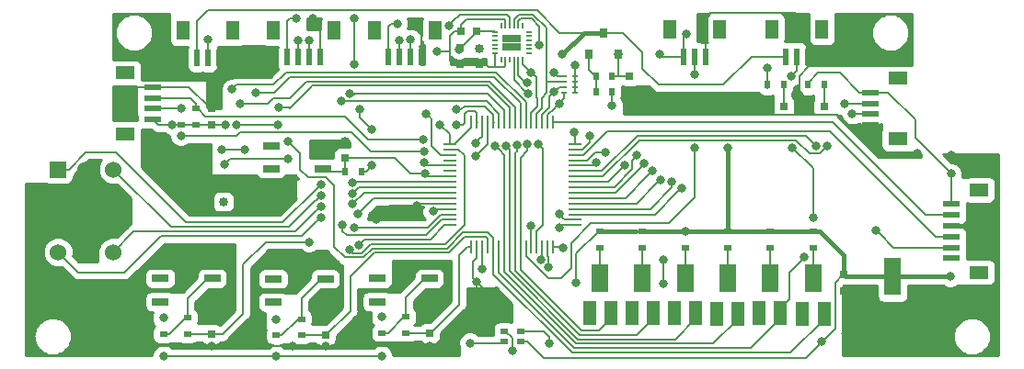
<source format=gtl>
G04 #@! TF.GenerationSoftware,KiCad,Pcbnew,(5.0.0)*
G04 #@! TF.CreationDate,2019-07-10T12:20:45+09:00*
G04 #@! TF.ProjectId,MainCircuit_v2_top,4D61696E436972637569745F76325F74,rev?*
G04 #@! TF.SameCoordinates,PX61d8d40PY6e87e60*
G04 #@! TF.FileFunction,Copper,L1,Top,Signal*
G04 #@! TF.FilePolarity,Positive*
%FSLAX46Y46*%
G04 Gerber Fmt 4.6, Leading zero omitted, Abs format (unit mm)*
G04 Created by KiCad (PCBNEW (5.0.0)) date 07/10/19 12:20:45*
%MOMM*%
%LPD*%
G01*
G04 APERTURE LIST*
G04 #@! TA.AperFunction,ComponentPad*
%ADD10R,1.524000X1.524000*%
G04 #@! TD*
G04 #@! TA.AperFunction,ComponentPad*
%ADD11C,1.524000*%
G04 #@! TD*
G04 #@! TA.AperFunction,SMDPad,CuDef*
%ADD12R,0.700000X0.800000*%
G04 #@! TD*
G04 #@! TA.AperFunction,SMDPad,CuDef*
%ADD13R,0.800000X0.700000*%
G04 #@! TD*
G04 #@! TA.AperFunction,SMDPad,CuDef*
%ADD14R,0.600000X1.550000*%
G04 #@! TD*
G04 #@! TA.AperFunction,SMDPad,CuDef*
%ADD15R,1.200000X1.800000*%
G04 #@! TD*
G04 #@! TA.AperFunction,SMDPad,CuDef*
%ADD16R,1.550000X0.600000*%
G04 #@! TD*
G04 #@! TA.AperFunction,SMDPad,CuDef*
%ADD17R,1.800000X1.200000*%
G04 #@! TD*
G04 #@! TA.AperFunction,SMDPad,CuDef*
%ADD18R,0.750000X0.500000*%
G04 #@! TD*
G04 #@! TA.AperFunction,SMDPad,CuDef*
%ADD19R,0.800000X0.900000*%
G04 #@! TD*
G04 #@! TA.AperFunction,SMDPad,CuDef*
%ADD20R,0.500000X0.800000*%
G04 #@! TD*
G04 #@! TA.AperFunction,SMDPad,CuDef*
%ADD21R,0.800000X0.500000*%
G04 #@! TD*
G04 #@! TA.AperFunction,SMDPad,CuDef*
%ADD22R,0.500000X0.250000*%
G04 #@! TD*
G04 #@! TA.AperFunction,SMDPad,CuDef*
%ADD23R,1.600000X0.650000*%
G04 #@! TD*
G04 #@! TA.AperFunction,SMDPad,CuDef*
%ADD24R,1.500000X0.650000*%
G04 #@! TD*
G04 #@! TA.AperFunction,SMDPad,CuDef*
%ADD25R,0.280000X1.200000*%
G04 #@! TD*
G04 #@! TA.AperFunction,SMDPad,CuDef*
%ADD26R,1.200000X0.280000*%
G04 #@! TD*
G04 #@! TA.AperFunction,SMDPad,CuDef*
%ADD27R,0.875000X0.800000*%
G04 #@! TD*
G04 #@! TA.AperFunction,SMDPad,CuDef*
%ADD28R,0.200000X0.550000*%
G04 #@! TD*
G04 #@! TA.AperFunction,SMDPad,CuDef*
%ADD29R,0.550000X0.200000*%
G04 #@! TD*
G04 #@! TA.AperFunction,SMDPad,CuDef*
%ADD30R,0.800000X0.800000*%
G04 #@! TD*
G04 #@! TA.AperFunction,SMDPad,CuDef*
%ADD31R,1.600000X3.500000*%
G04 #@! TD*
G04 #@! TA.AperFunction,SMDPad,CuDef*
%ADD32R,1.600000X2.500000*%
G04 #@! TD*
G04 #@! TA.AperFunction,SMDPad,CuDef*
%ADD33R,1.200000X2.200000*%
G04 #@! TD*
G04 #@! TA.AperFunction,ViaPad*
%ADD34C,0.800000*%
G04 #@! TD*
G04 #@! TA.AperFunction,Conductor*
%ADD35C,0.210000*%
G04 #@! TD*
G04 #@! TA.AperFunction,Conductor*
%ADD36C,0.200000*%
G04 #@! TD*
G04 #@! TA.AperFunction,Conductor*
%ADD37C,0.400000*%
G04 #@! TD*
G04 #@! TA.AperFunction,Conductor*
%ADD38C,0.254000*%
G04 #@! TD*
G04 APERTURE END LIST*
D10*
G04 #@! TO.P,SW4,1*
G04 #@! TO.N,R_SW1*
X3700000Y17900000D03*
D11*
G04 #@! TO.P,SW4,C*
G04 #@! TO.N,GND*
X6240000Y17900000D03*
G04 #@! TO.P,SW4,8*
G04 #@! TO.N,R_SW8*
X8780000Y17900000D03*
G04 #@! TO.P,SW4,4*
G04 #@! TO.N,R_SW4*
X3700000Y10280000D03*
G04 #@! TO.P,SW4,C*
G04 #@! TO.N,GND*
X6240000Y10280000D03*
G04 #@! TO.P,SW4,2*
G04 #@! TO.N,R_SW2*
X8780000Y10280000D03*
G04 #@! TD*
D12*
G04 #@! TO.P,C12,1*
G04 #@! TO.N,+3V3*
X42250000Y30650000D03*
G04 #@! TO.P,C12,2*
G04 #@! TO.N,GND*
X40750000Y30650000D03*
G04 #@! TD*
D13*
G04 #@! TO.P,C2,1*
G04 #@! TO.N,NRST*
X30100000Y19000000D03*
G04 #@! TO.P,C2,2*
G04 #@! TO.N,GND*
X30100000Y20500000D03*
G04 #@! TD*
G04 #@! TO.P,C5,1*
G04 #@! TO.N,+3V3*
X56300000Y26500000D03*
G04 #@! TO.P,C5,2*
G04 #@! TO.N,GND*
X56300000Y25000000D03*
G04 #@! TD*
G04 #@! TO.P,C11,1*
G04 #@! TO.N,Net-(C11-Pad1)*
X42500000Y29075000D03*
G04 #@! TO.P,C11,2*
G04 #@! TO.N,GND*
X42500000Y27575000D03*
G04 #@! TD*
G04 #@! TO.P,C13,1*
G04 #@! TO.N,SW1*
X17800000Y2725000D03*
G04 #@! TO.P,C13,2*
G04 #@! TO.N,GND*
X17800000Y4225000D03*
G04 #@! TD*
G04 #@! TO.P,C14,1*
G04 #@! TO.N,SW3*
X28300000Y2600000D03*
G04 #@! TO.P,C14,2*
G04 #@! TO.N,GND*
X28300000Y4100000D03*
G04 #@! TD*
G04 #@! TO.P,C15,1*
G04 #@! TO.N,+3V3*
X40700000Y29100000D03*
G04 #@! TO.P,C15,2*
G04 #@! TO.N,GND*
X40700000Y27600000D03*
G04 #@! TD*
G04 #@! TO.P,C16,1*
G04 #@! TO.N,+3V3*
X17800000Y22000000D03*
G04 #@! TO.P,C16,2*
G04 #@! TO.N,GND*
X17800000Y23500000D03*
G04 #@! TD*
G04 #@! TO.P,C17,1*
G04 #@! TO.N,SW2*
X37900000Y2800000D03*
G04 #@! TO.P,C17,2*
G04 #@! TO.N,GND*
X37900000Y4300000D03*
G04 #@! TD*
D12*
G04 #@! TO.P,C20,1*
G04 #@! TO.N,+3V3*
X18925000Y14900000D03*
G04 #@! TO.P,C20,2*
G04 #@! TO.N,GND*
X20425000Y14900000D03*
G04 #@! TD*
D14*
G04 #@! TO.P,J3,1*
G04 #@! TO.N,Net-(J11-Pad1)*
X70700000Y28300000D03*
G04 #@! TO.P,J3,2*
G04 #@! TO.N,LINE_SENSOR5*
X71700000Y28300000D03*
G04 #@! TO.P,J3,3*
G04 #@! TO.N,GND*
X72700000Y28300000D03*
D15*
G04 #@! TO.P,J3,*
G04 #@! TO.N,*
X69400000Y30825000D03*
X74000000Y30825000D03*
G04 #@! TD*
D16*
G04 #@! TO.P,J4,1*
G04 #@! TO.N,+3V3*
X85937500Y14700000D03*
G04 #@! TO.P,J4,2*
G04 #@! TO.N,TCK*
X85937500Y13700000D03*
G04 #@! TO.P,J4,3*
G04 #@! TO.N,GND*
X85937500Y12700000D03*
G04 #@! TO.P,J4,4*
G04 #@! TO.N,TMS*
X85937500Y11700000D03*
G04 #@! TO.P,J4,5*
G04 #@! TO.N,NRST*
X85937500Y10700000D03*
G04 #@! TO.P,J4,6*
G04 #@! TO.N,Net-(J4-Pad6)*
X85937500Y9700000D03*
D17*
G04 #@! TO.P,J4,*
G04 #@! TO.N,*
X88462500Y16000000D03*
X88462500Y8400000D03*
G04 #@! TD*
D14*
G04 #@! TO.P,J5,1*
G04 #@! TO.N,Net-(J11-Pad1)*
X16500000Y28200000D03*
G04 #@! TO.P,J5,2*
G04 #@! TO.N,LINE_SENSOR6*
X17500000Y28200000D03*
G04 #@! TO.P,J5,3*
G04 #@! TO.N,GND*
X18500000Y28200000D03*
D15*
G04 #@! TO.P,J5,*
G04 #@! TO.N,*
X15200000Y30725000D03*
X19800000Y30725000D03*
G04 #@! TD*
D16*
G04 #@! TO.P,J6,1*
G04 #@! TO.N,+3V3*
X78437500Y25000000D03*
G04 #@! TO.P,J6,2*
G04 #@! TO.N,RX*
X78437500Y24000000D03*
G04 #@! TO.P,J6,3*
G04 #@! TO.N,TX*
X78437500Y23000000D03*
G04 #@! TO.P,J6,4*
G04 #@! TO.N,GND*
X78437500Y22000000D03*
D17*
G04 #@! TO.P,J6,*
G04 #@! TO.N,*
X80962500Y26300000D03*
X80962500Y20700000D03*
G04 #@! TD*
D14*
G04 #@! TO.P,J8,1*
G04 #@! TO.N,+3V3*
X61300000Y28300000D03*
G04 #@! TO.P,J8,2*
G04 #@! TO.N,POT*
X62300000Y28300000D03*
G04 #@! TO.P,J8,3*
G04 #@! TO.N,GND*
X63300000Y28300000D03*
D15*
G04 #@! TO.P,J8,*
G04 #@! TO.N,*
X60000000Y30825000D03*
X64600000Y30825000D03*
G04 #@! TD*
G04 #@! TO.P,J9,*
G04 #@! TO.N,*
X29100000Y30762500D03*
X23500000Y30762500D03*
D14*
G04 #@! TO.P,J9,4*
G04 #@! TO.N,GND*
X27800000Y28237500D03*
G04 #@! TO.P,J9,3*
G04 #@! TO.N,ENCORDER_1B*
X26800000Y28237500D03*
G04 #@! TO.P,J9,2*
G04 #@! TO.N,ENCORDER_1A*
X25800000Y28237500D03*
G04 #@! TO.P,J9,1*
G04 #@! TO.N,+5V*
X24800000Y28237500D03*
G04 #@! TD*
D15*
G04 #@! TO.P,J10,*
G04 #@! TO.N,*
X38400000Y30762500D03*
X32800000Y30762500D03*
D14*
G04 #@! TO.P,J10,4*
G04 #@! TO.N,GND*
X37100000Y28237500D03*
G04 #@! TO.P,J10,3*
G04 #@! TO.N,ENCORDER_2B*
X36100000Y28237500D03*
G04 #@! TO.P,J10,2*
G04 #@! TO.N,ENCORDER_2A*
X35100000Y28237500D03*
G04 #@! TO.P,J10,1*
G04 #@! TO.N,+5V*
X34100000Y28237500D03*
G04 #@! TD*
D18*
G04 #@! TO.P,LED1,2*
G04 #@! TO.N,Net-(LED1-Pad2)*
X46300000Y3000000D03*
G04 #@! TO.P,LED1,4*
G04 #@! TO.N,Net-(LED1-Pad4)*
X44750000Y3000000D03*
G04 #@! TO.P,LED1,3*
G04 #@! TO.N,Net-(LED1-Pad3)*
X44750000Y2000000D03*
G04 #@! TO.P,LED1,1*
G04 #@! TO.N,+3V3*
X46300000Y2000000D03*
G04 #@! TD*
D19*
G04 #@! TO.P,Q1,2*
G04 #@! TO.N,Net-(Q1-Pad2)*
X52550000Y28500000D03*
G04 #@! TO.P,Q1,1*
G04 #@! TO.N,+3V3*
X55230000Y28500000D03*
G04 #@! TO.P,Q1,3*
G04 #@! TO.N,Net-(J11-Pad1)*
X53900000Y30500000D03*
G04 #@! TD*
D20*
G04 #@! TO.P,R1,2*
G04 #@! TO.N,NRST*
X30100000Y17700000D03*
G04 #@! TO.P,R1,1*
G04 #@! TO.N,+3V3*
X31600000Y17700000D03*
G04 #@! TD*
D21*
G04 #@! TO.P,R2,2*
G04 #@! TO.N,Net-(R2-Pad2)*
X53600000Y10700000D03*
G04 #@! TO.P,R2,1*
G04 #@! TO.N,+3V3*
X53600000Y12200000D03*
G04 #@! TD*
G04 #@! TO.P,R3,2*
G04 #@! TO.N,Net-(R3-Pad2)*
X57500000Y10700000D03*
G04 #@! TO.P,R3,1*
G04 #@! TO.N,+3V3*
X57500000Y12200000D03*
G04 #@! TD*
G04 #@! TO.P,R4,2*
G04 #@! TO.N,Net-(R4-Pad2)*
X61400000Y10700000D03*
G04 #@! TO.P,R4,1*
G04 #@! TO.N,+3V3*
X61400000Y12200000D03*
G04 #@! TD*
G04 #@! TO.P,R5,2*
G04 #@! TO.N,Net-(R5-Pad2)*
X65300000Y10700000D03*
G04 #@! TO.P,R5,1*
G04 #@! TO.N,+3V3*
X65300000Y12200000D03*
G04 #@! TD*
D20*
G04 #@! TO.P,R7,2*
G04 #@! TO.N,SENSOR_PULS_PWM*
X54700000Y25100000D03*
G04 #@! TO.P,R7,1*
G04 #@! TO.N,Net-(Q1-Pad2)*
X53200000Y25100000D03*
G04 #@! TD*
G04 #@! TO.P,R8,2*
G04 #@! TO.N,Net-(Q1-Pad2)*
X53200000Y26500000D03*
G04 #@! TO.P,R8,1*
G04 #@! TO.N,+3V3*
X54700000Y26500000D03*
G04 #@! TD*
D21*
G04 #@! TO.P,R9,2*
G04 #@! TO.N,Net-(R9-Pad2)*
X69200000Y10700000D03*
G04 #@! TO.P,R9,1*
G04 #@! TO.N,+3V3*
X69200000Y12200000D03*
G04 #@! TD*
G04 #@! TO.P,R10,2*
G04 #@! TO.N,Net-(R10-Pad2)*
X73200000Y10700000D03*
G04 #@! TO.P,R10,1*
G04 #@! TO.N,+3V3*
X73200000Y12200000D03*
G04 #@! TD*
G04 #@! TO.P,R11,2*
G04 #@! TO.N,Net-(R11-Pad2)*
X13400000Y2700000D03*
G04 #@! TO.P,R11,1*
G04 #@! TO.N,+3V3*
X13400000Y4200000D03*
G04 #@! TD*
G04 #@! TO.P,R12,2*
G04 #@! TO.N,Net-(R12-Pad2)*
X23800000Y2600000D03*
G04 #@! TO.P,R12,1*
G04 #@! TO.N,+3V3*
X23800000Y4100000D03*
G04 #@! TD*
G04 #@! TO.P,R13,2*
G04 #@! TO.N,Net-(R11-Pad2)*
X15600000Y4200000D03*
G04 #@! TO.P,R13,1*
G04 #@! TO.N,SW1*
X15600000Y2700000D03*
G04 #@! TD*
G04 #@! TO.P,R14,2*
G04 #@! TO.N,Net-(R12-Pad2)*
X26100000Y4100000D03*
G04 #@! TO.P,R14,1*
G04 #@! TO.N,SW3*
X26100000Y2600000D03*
G04 #@! TD*
G04 #@! TO.P,R15,2*
G04 #@! TO.N,SCL_LCD*
X15000000Y23500000D03*
G04 #@! TO.P,R15,1*
G04 #@! TO.N,+3V3*
X15000000Y22000000D03*
G04 #@! TD*
G04 #@! TO.P,R16,2*
G04 #@! TO.N,Net-(R16-Pad2)*
X33500000Y2800000D03*
G04 #@! TO.P,R16,1*
G04 #@! TO.N,+3V3*
X33500000Y4300000D03*
G04 #@! TD*
G04 #@! TO.P,R17,2*
G04 #@! TO.N,SDA_LCD*
X16400000Y23500000D03*
G04 #@! TO.P,R17,1*
G04 #@! TO.N,+3V3*
X16400000Y22000000D03*
G04 #@! TD*
G04 #@! TO.P,R18,2*
G04 #@! TO.N,Net-(R16-Pad2)*
X35700000Y4300000D03*
G04 #@! TO.P,R18,1*
G04 #@! TO.N,SW2*
X35700000Y2800000D03*
G04 #@! TD*
D22*
G04 #@! TO.P,RN1,2*
G04 #@! TO.N,MISO_IMU*
X50300000Y26000000D03*
G04 #@! TO.P,RN1,3*
G04 #@! TO.N,SCK_IMU*
X50300000Y25500000D03*
G04 #@! TO.P,RN1,6*
G04 #@! TO.N,+3V3*
X51300000Y25500000D03*
G04 #@! TO.P,RN1,7*
X51300000Y26000000D03*
G04 #@! TO.P,RN1,5*
X51300000Y25000000D03*
G04 #@! TO.P,RN1,1*
G04 #@! TO.N,MOSI_IMU*
X50300000Y26500000D03*
G04 #@! TO.P,RN1,8*
G04 #@! TO.N,+3V3*
X51300000Y26500000D03*
G04 #@! TO.P,RN1,4*
G04 #@! TO.N,CS_IMU*
X50300000Y25000000D03*
G04 #@! TD*
D23*
G04 #@! TO.P,SW1,4*
G04 #@! TO.N,N/C*
X23300000Y17950000D03*
D24*
G04 #@! TO.P,SW1,2*
G04 #@! TO.N,NRST*
X28100000Y17950000D03*
D23*
G04 #@! TO.P,SW1,3*
G04 #@! TO.N,N/C*
X23300000Y20100000D03*
D24*
G04 #@! TO.P,SW1,1*
G04 #@! TO.N,GND*
X28100000Y20100000D03*
G04 #@! TD*
D23*
G04 #@! TO.P,SW2,4*
G04 #@! TO.N,N/C*
X13100000Y5700000D03*
D24*
G04 #@! TO.P,SW2,2*
G04 #@! TO.N,GND*
X17900000Y5700000D03*
D23*
G04 #@! TO.P,SW2,3*
G04 #@! TO.N,N/C*
X13100000Y7850000D03*
D24*
G04 #@! TO.P,SW2,1*
G04 #@! TO.N,Net-(R11-Pad2)*
X17900000Y7850000D03*
G04 #@! TD*
D23*
G04 #@! TO.P,SW3,4*
G04 #@! TO.N,N/C*
X23500000Y5650000D03*
D24*
G04 #@! TO.P,SW3,2*
G04 #@! TO.N,GND*
X28300000Y5650000D03*
D23*
G04 #@! TO.P,SW3,3*
G04 #@! TO.N,N/C*
X23500000Y7800000D03*
D24*
G04 #@! TO.P,SW3,1*
G04 #@! TO.N,Net-(R12-Pad2)*
X28300000Y7800000D03*
G04 #@! TD*
D23*
G04 #@! TO.P,SW5,4*
G04 #@! TO.N,N/C*
X33100000Y5700000D03*
D24*
G04 #@! TO.P,SW5,2*
G04 #@! TO.N,GND*
X37900000Y5700000D03*
D23*
G04 #@! TO.P,SW5,3*
G04 #@! TO.N,N/C*
X33100000Y7850000D03*
D24*
G04 #@! TO.P,SW5,1*
G04 #@! TO.N,Net-(R16-Pad2)*
X37900000Y7850000D03*
G04 #@! TD*
D25*
G04 #@! TO.P,U1,64*
G04 #@! TO.N,+3V3*
X41750000Y22250000D03*
G04 #@! TO.P,U1,63*
G04 #@! TO.N,GND*
X42250000Y22250000D03*
G04 #@! TO.P,U1,62*
G04 #@! TO.N,SDA_LCD*
X42750000Y22250000D03*
G04 #@! TO.P,U1,61*
G04 #@! TO.N,SCL_LCD*
X43250000Y22250000D03*
G04 #@! TO.P,U1,60*
G04 #@! TO.N,Net-(R6-Pad2)*
X43750000Y22250000D03*
G04 #@! TO.P,U1,59*
G04 #@! TO.N,ENCORDER_2B*
X44250000Y22250000D03*
G04 #@! TO.P,U1,58*
G04 #@! TO.N,ENCORDER_2A*
X44750000Y22250000D03*
G04 #@! TO.P,U1,57*
G04 #@! TO.N,MOSI_SD*
X45250000Y22250000D03*
G04 #@! TO.P,U1,56*
G04 #@! TO.N,MISO_SD*
X45750000Y22250000D03*
G04 #@! TO.P,U1,55*
G04 #@! TO.N,SCK_SD*
X46250000Y22250000D03*
G04 #@! TO.P,U1,54*
G04 #@! TO.N,CS_SD*
X46750000Y22250000D03*
G04 #@! TO.P,U1,53*
G04 #@! TO.N,MOSI_IMU*
X47250000Y22250000D03*
G04 #@! TO.P,U1,52*
G04 #@! TO.N,MISO_IMU*
X47750000Y22250000D03*
G04 #@! TO.P,U1,51*
G04 #@! TO.N,SCK_IMU*
X48250000Y22250000D03*
G04 #@! TO.P,U1,50*
G04 #@! TO.N,CS_IMU*
X48750000Y22250000D03*
G04 #@! TO.P,U1,49*
G04 #@! TO.N,TCK*
X49250000Y22250000D03*
D26*
G04 #@! TO.P,U1,48*
G04 #@! TO.N,+3V3*
X51250000Y20250000D03*
G04 #@! TO.P,U1,47*
G04 #@! TO.N,GND*
X51250000Y19750000D03*
G04 #@! TO.P,U1,46*
G04 #@! TO.N,TMS*
X51250000Y19250000D03*
G04 #@! TO.P,U1,45*
G04 #@! TO.N,DIR_VCM_before*
X51250000Y18750000D03*
G04 #@! TO.P,U1,44*
G04 #@! TO.N,PWM_VCM_before*
X51250000Y18250000D03*
G04 #@! TO.P,U1,43*
G04 #@! TO.N,RX*
X51250000Y17750000D03*
G04 #@! TO.P,U1,42*
G04 #@! TO.N,TX*
X51250000Y17250000D03*
G04 #@! TO.P,U1,41*
G04 #@! TO.N,SR_VCM_before*
X51250000Y16750000D03*
G04 #@! TO.P,U1,40*
G04 #@! TO.N,DIR_MAXON1*
X51250000Y16250000D03*
G04 #@! TO.P,U1,39*
G04 #@! TO.N,SR_MAXON1*
X51250000Y15750000D03*
G04 #@! TO.P,U1,38*
G04 #@! TO.N,PWM_MAXON1*
X51250000Y15250000D03*
G04 #@! TO.P,U1,37*
G04 #@! TO.N,PWM_MAXON2*
X51250000Y14750000D03*
G04 #@! TO.P,U1,36*
G04 #@! TO.N,DIR_MAXON2*
X51250000Y14250000D03*
G04 #@! TO.P,U1,35*
G04 #@! TO.N,SR_MAXON2*
X51250000Y13750000D03*
G04 #@! TO.P,U1,34*
G04 #@! TO.N,LED_R*
X51250000Y13250000D03*
G04 #@! TO.P,U1,33*
G04 #@! TO.N,LED_G*
X51250000Y12750000D03*
D25*
G04 #@! TO.P,U1,32*
G04 #@! TO.N,+3V3*
X49250000Y10750000D03*
G04 #@! TO.P,U1,31*
G04 #@! TO.N,GND*
X48750000Y10750000D03*
G04 #@! TO.P,U1,30*
G04 #@! TO.N,Net-(C8-Pad1)*
X48250000Y10750000D03*
G04 #@! TO.P,U1,29*
G04 #@! TO.N,SENSOR_PULS_PWM*
X47750000Y10750000D03*
G04 #@! TO.P,U1,28*
G04 #@! TO.N,LED_B*
X47250000Y10750000D03*
G04 #@! TO.P,U1,27*
G04 #@! TO.N,POT*
X46750000Y10750000D03*
G04 #@! TO.P,U1,26*
G04 #@! TO.N,LINE_SENSOR1*
X46250000Y10750000D03*
G04 #@! TO.P,U1,25*
G04 #@! TO.N,LINE_SENSOR2*
X45750000Y10750000D03*
G04 #@! TO.P,U1,24*
G04 #@! TO.N,LINE_SENSOR3*
X45250000Y10750000D03*
G04 #@! TO.P,U1,23*
G04 #@! TO.N,LINE_SENSOR4*
X44750000Y10750000D03*
G04 #@! TO.P,U1,22*
G04 #@! TO.N,LINE_SENSOR5*
X44250000Y10750000D03*
G04 #@! TO.P,U1,21*
G04 #@! TO.N,LINE_SENSOR6*
X43750000Y10750000D03*
G04 #@! TO.P,U1,20*
G04 #@! TO.N,SW3*
X43250000Y10750000D03*
G04 #@! TO.P,U1,19*
G04 #@! TO.N,+3V3*
X42750000Y10750000D03*
G04 #@! TO.P,U1,18*
G04 #@! TO.N,GND*
X42250000Y10750000D03*
G04 #@! TO.P,U1,17*
G04 #@! TO.N,SW2*
X41750000Y10750000D03*
D26*
G04 #@! TO.P,U1,16*
G04 #@! TO.N,SW1*
X39750000Y12750000D03*
G04 #@! TO.P,U1,15*
G04 #@! TO.N,ENCORDER_1B*
X39750000Y13250000D03*
G04 #@! TO.P,U1,14*
G04 #@! TO.N,ENCORDER_1A*
X39750000Y13750000D03*
G04 #@! TO.P,U1,13*
G04 #@! TO.N,Net-(C4-Pad2)*
X39750000Y14250000D03*
G04 #@! TO.P,U1,12*
G04 #@! TO.N,GND*
X39750000Y14750000D03*
G04 #@! TO.P,U1,11*
G04 #@! TO.N,R_SW4*
X39750000Y15250000D03*
G04 #@! TO.P,U1,10*
G04 #@! TO.N,R_SW2*
X39750000Y15750000D03*
G04 #@! TO.P,U1,9*
G04 #@! TO.N,R_SW8*
X39750000Y16250000D03*
G04 #@! TO.P,U1,8*
G04 #@! TO.N,R_SW1*
X39750000Y16750000D03*
G04 #@! TO.P,U1,7*
G04 #@! TO.N,NRST*
X39750000Y17250000D03*
G04 #@! TO.P,U1,6*
G04 #@! TO.N,Net-(U1-Pad6)*
X39750000Y17750000D03*
G04 #@! TO.P,U1,5*
G04 #@! TO.N,OSC_IN*
X39750000Y18250000D03*
G04 #@! TO.P,U1,4*
G04 #@! TO.N,Net-(U1-Pad4)*
X39750000Y18750000D03*
G04 #@! TO.P,U1,3*
G04 #@! TO.N,RTC_IN*
X39750000Y19250000D03*
G04 #@! TO.P,U1,2*
G04 #@! TO.N,INSERT_SD*
X39750000Y19750000D03*
G04 #@! TO.P,U1,1*
G04 #@! TO.N,+3V3*
X39750000Y20250000D03*
G04 #@! TD*
D27*
G04 #@! TO.P,U2,25*
G04 #@! TO.N,N/C*
X45030000Y30000000D03*
X45030000Y29200000D03*
D28*
G04 #@! TO.P,U2,19*
G04 #@! TO.N,Net-(U2-Pad19)*
X44465000Y28040000D03*
D29*
G04 #@! TO.P,U2,3*
G04 #@! TO.N,Net-(U2-Pad3)*
X47025000Y29400000D03*
D28*
G04 #@! TO.P,U2,22*
G04 #@! TO.N,CS_IMU*
X45665000Y28040000D03*
D29*
G04 #@! TO.P,U2,18*
G04 #@! TO.N,GND*
X43905000Y28600000D03*
G04 #@! TO.P,U2,14*
G04 #@! TO.N,Net-(U2-Pad14)*
X43905000Y30200000D03*
G04 #@! TO.P,U2,15*
G04 #@! TO.N,Net-(U2-Pad15)*
X43905000Y29800000D03*
D28*
G04 #@! TO.P,U2,20*
G04 #@! TO.N,GND*
X44865000Y28040000D03*
G04 #@! TO.P,U2,7*
G04 #@! TO.N,Net-(U2-Pad7)*
X46465000Y31160000D03*
D29*
G04 #@! TO.P,U2,2*
G04 #@! TO.N,Net-(U2-Pad2)*
X47025000Y29000000D03*
D27*
G04 #@! TO.P,U2,25*
G04 #@! TO.N,N/C*
X45900000Y30000000D03*
D28*
G04 #@! TO.P,U2,8*
G04 #@! TO.N,+3V3*
X46065000Y31160000D03*
G04 #@! TO.P,U2,21*
G04 #@! TO.N,Net-(U2-Pad21)*
X45265000Y28040000D03*
D29*
G04 #@! TO.P,U2,4*
G04 #@! TO.N,Net-(U2-Pad4)*
X47025000Y29800000D03*
D28*
G04 #@! TO.P,U2,24*
G04 #@! TO.N,MOSI_IMU*
X46465000Y28040000D03*
D29*
G04 #@! TO.P,U2,17*
G04 #@! TO.N,Net-(U2-Pad17)*
X43905000Y29000000D03*
D28*
G04 #@! TO.P,U2,10*
G04 #@! TO.N,Net-(C11-Pad1)*
X45265000Y31160000D03*
D29*
G04 #@! TO.P,U2,5*
G04 #@! TO.N,Net-(U2-Pad5)*
X47025000Y30200000D03*
D28*
G04 #@! TO.P,U2,12*
G04 #@! TO.N,Net-(U2-Pad12)*
X44465000Y31160000D03*
D29*
G04 #@! TO.P,U2,6*
G04 #@! TO.N,Net-(U2-Pad6)*
X47025000Y30600000D03*
G04 #@! TO.P,U2,1*
G04 #@! TO.N,Net-(U2-Pad1)*
X47025000Y28600000D03*
G04 #@! TO.P,U2,13*
G04 #@! TO.N,+3V3*
X43905000Y30600000D03*
D28*
G04 #@! TO.P,U2,11*
G04 #@! TO.N,GND*
X44865000Y31160000D03*
D29*
G04 #@! TO.P,U2,16*
G04 #@! TO.N,Net-(U2-Pad16)*
X43905000Y29400000D03*
D27*
G04 #@! TO.P,U2,25*
G04 #@! TO.N,N/C*
X45900000Y29200000D03*
D28*
G04 #@! TO.P,U2,9*
G04 #@! TO.N,MISO_IMU*
X45665000Y31160000D03*
G04 #@! TO.P,U2,23*
G04 #@! TO.N,SCK_IMU*
X46065000Y28040000D03*
G04 #@! TD*
D30*
G04 #@! TO.P,D1,2*
G04 #@! TO.N,Net-(D1-Pad2)*
X70500000Y23700000D03*
G04 #@! TO.P,D1,1*
G04 #@! TO.N,GND*
X69000000Y23700000D03*
G04 #@! TD*
G04 #@! TO.P,D2,2*
G04 #@! TO.N,Net-(D2-Pad2)*
X74200000Y23700000D03*
G04 #@! TO.P,D2,1*
G04 #@! TO.N,GND*
X72700000Y23700000D03*
G04 #@! TD*
D20*
G04 #@! TO.P,R25,2*
G04 #@! TO.N,Net-(D1-Pad2)*
X70500000Y25700000D03*
G04 #@! TO.P,R25,1*
G04 #@! TO.N,+5V*
X69000000Y25700000D03*
G04 #@! TD*
G04 #@! TO.P,R26,2*
G04 #@! TO.N,Net-(D2-Pad2)*
X74200000Y25700000D03*
G04 #@! TO.P,R26,1*
G04 #@! TO.N,+3V3*
X72700000Y25700000D03*
G04 #@! TD*
D16*
G04 #@! TO.P,J7,1*
G04 #@! TO.N,+3V3*
X12400000Y22500000D03*
G04 #@! TO.P,J7,2*
G04 #@! TO.N,SCL_LCD*
X12400000Y23500000D03*
G04 #@! TO.P,J7,3*
G04 #@! TO.N,SDA_LCD*
X12400000Y24500000D03*
G04 #@! TO.P,J7,4*
G04 #@! TO.N,GND*
X12400000Y25500000D03*
D17*
G04 #@! TO.P,J7,*
G04 #@! TO.N,*
X9875000Y21200000D03*
X9875000Y26800000D03*
G04 #@! TD*
D13*
G04 #@! TO.P,C22,2*
G04 #@! TO.N,GND*
X76000000Y6700000D03*
G04 #@! TO.P,C22,1*
G04 #@! TO.N,+3V3*
X76000000Y8200000D03*
G04 #@! TD*
D31*
G04 #@! TO.P,C23,2*
G04 #@! TO.N,GND*
X80500000Y2600000D03*
G04 #@! TO.P,C23,1*
G04 #@! TO.N,+3V3*
X80500000Y8000000D03*
G04 #@! TD*
D32*
G04 #@! TO.P,RV1,2*
G04 #@! TO.N,Net-(R2-Pad2)*
X53600000Y7900000D03*
D33*
G04 #@! TO.P,RV1,1*
G04 #@! TO.N,LINE_SENSOR1*
X54600000Y4650000D03*
G04 #@! TO.P,RV1,3*
G04 #@! TO.N,Net-(RV1-Pad3)*
X52600000Y4650000D03*
G04 #@! TD*
D32*
G04 #@! TO.P,RV2,2*
G04 #@! TO.N,Net-(R3-Pad2)*
X57500000Y7900000D03*
D33*
G04 #@! TO.P,RV2,1*
G04 #@! TO.N,LINE_SENSOR2*
X58500000Y4650000D03*
G04 #@! TO.P,RV2,3*
G04 #@! TO.N,Net-(RV2-Pad3)*
X56500000Y4650000D03*
G04 #@! TD*
G04 #@! TO.P,RV3,3*
G04 #@! TO.N,Net-(RV3-Pad3)*
X60400000Y4650000D03*
G04 #@! TO.P,RV3,1*
G04 #@! TO.N,LINE_SENSOR3*
X62400000Y4650000D03*
D32*
G04 #@! TO.P,RV3,2*
G04 #@! TO.N,Net-(R4-Pad2)*
X61400000Y7900000D03*
G04 #@! TD*
D33*
G04 #@! TO.P,RV4,3*
G04 #@! TO.N,Net-(RV4-Pad3)*
X64300000Y4600000D03*
G04 #@! TO.P,RV4,1*
G04 #@! TO.N,LINE_SENSOR4*
X66300000Y4600000D03*
D32*
G04 #@! TO.P,RV4,2*
G04 #@! TO.N,Net-(R5-Pad2)*
X65300000Y7850000D03*
G04 #@! TD*
G04 #@! TO.P,RV5,2*
G04 #@! TO.N,Net-(R9-Pad2)*
X69200000Y7900000D03*
D33*
G04 #@! TO.P,RV5,1*
G04 #@! TO.N,LINE_SENSOR5*
X70200000Y4650000D03*
G04 #@! TO.P,RV5,3*
G04 #@! TO.N,Net-(RV5-Pad3)*
X68200000Y4650000D03*
G04 #@! TD*
G04 #@! TO.P,RV6,3*
G04 #@! TO.N,Net-(RV6-Pad3)*
X72200000Y4600000D03*
G04 #@! TO.P,RV6,1*
G04 #@! TO.N,LINE_SENSOR6*
X74200000Y4600000D03*
D32*
G04 #@! TO.P,RV6,2*
G04 #@! TO.N,Net-(R10-Pad2)*
X73200000Y7850000D03*
G04 #@! TD*
D34*
G04 #@! TO.N,GND*
X48815628Y8885267D03*
X83400000Y2600000D03*
X88100000Y12700000D03*
X85900000Y19200000D03*
X82772725Y19367715D03*
X44700000Y5900000D03*
X63075009Y30400009D03*
X38600000Y28750000D03*
X40350000Y22050000D03*
X56350000Y23250000D03*
X32600000Y21550000D03*
X42200000Y7500000D03*
X36700004Y14544990D03*
X31500000Y23474970D03*
X36425000Y31350000D03*
X27125000Y31850000D03*
X39700000Y1600000D03*
X30100000Y20500000D03*
X17800000Y1600000D03*
X17800000Y4225000D03*
X28300000Y4100000D03*
X28300000Y1600000D03*
X37900000Y4300000D03*
X37900000Y1600000D03*
X11750000Y1700000D03*
X25300000Y1600000D03*
X20425000Y14900000D03*
X14100000Y16800000D03*
X10200000Y24900000D03*
X52600000Y21005010D03*
X33005010Y13250064D03*
X17300000Y10300000D03*
X35100000Y7300000D03*
X77900000Y2600000D03*
X13300000Y27900000D03*
X60800000Y23700000D03*
X77300000Y29600000D03*
G04 #@! TO.N,+3V3*
X85800000Y8000000D03*
X85900000Y17500000D03*
X61525000Y30400000D03*
X50194990Y10700000D03*
X51200000Y21300000D03*
X55230000Y28500000D03*
X51394990Y7429215D03*
X38850000Y22050000D03*
X47949990Y29350000D03*
X42750000Y8699998D03*
X51300000Y27500000D03*
X32600000Y18294990D03*
X33500000Y4300000D03*
X33500000Y700000D03*
X23800000Y700000D03*
X23800000Y4100000D03*
X13400000Y700000D03*
X13400000Y4200000D03*
X18925000Y14900000D03*
X19000000Y18400000D03*
X24900000Y18900000D03*
X14200000Y22000000D03*
X19100000Y22000000D03*
X59100000Y28500000D03*
X65300000Y19905010D03*
X61400000Y12200000D03*
X40615160Y28994876D03*
X74000000Y2000000D03*
G04 #@! TO.N,NRST*
X79000000Y12300002D03*
X37450004Y17550000D03*
G04 #@! TO.N,Net-(C4-Pad2)*
X38200004Y14044990D03*
G04 #@! TO.N,SW1*
X26800000Y11200000D03*
X31394955Y10951675D03*
G04 #@! TO.N,DIR_MAXON1*
X56990949Y19209908D03*
G04 #@! TO.N,SR_MAXON1*
X57665662Y18471812D03*
G04 #@! TO.N,PWM_MAXON1*
X58393060Y17744414D03*
G04 #@! TO.N,PWM_MAXON2*
X59171242Y16966232D03*
G04 #@! TO.N,SR_MAXON2*
X61100000Y16200000D03*
G04 #@! TO.N,DIR_MAXON2*
X60200000Y16800000D03*
G04 #@! TO.N,Net-(LED1-Pad3)*
X41600000Y1900000D03*
G04 #@! TO.N,Net-(LED1-Pad4)*
X45500000Y1205010D03*
G04 #@! TO.N,Net-(LED1-Pad2)*
X48900000Y1900000D03*
G04 #@! TO.N,INSERT_SD*
X30500000Y10494990D03*
G04 #@! TO.N,LED_R*
X49800000Y13794990D03*
G04 #@! TO.N,LED_G*
X49800000Y12500000D03*
G04 #@! TO.N,LED_B*
X47200000Y12700000D03*
G04 #@! TO.N,SENSOR_PULS_PWM*
X54700000Y23805010D03*
X47903099Y20199995D03*
G04 #@! TO.N,SCL_LCD*
X37400133Y19550016D03*
X42150004Y19150000D03*
X15000000Y21000000D03*
X15000000Y23500000D03*
G04 #@! TO.N,SDA_LCD*
X37350000Y20650000D03*
X42100000Y20300000D03*
G04 #@! TO.N,CS_IMU*
X49800000Y24000000D03*
X46982183Y24894695D03*
G04 #@! TO.N,MOSI_IMU*
X47222228Y26875007D03*
X49350010Y26800000D03*
G04 #@! TO.N,ENCORDER_2A*
X30554569Y24905010D03*
X35100000Y29800000D03*
G04 #@! TO.N,ENCORDER_1B*
X26800000Y29800000D03*
X29900000Y12794990D03*
G04 #@! TO.N,ENCORDER_2B*
X29800000Y24200000D03*
X36150000Y29900000D03*
G04 #@! TO.N,ENCORDER_1A*
X25800000Y29800000D03*
X31000000Y12545054D03*
G04 #@! TO.N,LINE_SENSOR1*
X46903089Y20201749D03*
G04 #@! TO.N,LINE_SENSOR2*
X45904219Y20153978D03*
G04 #@! TO.N,LINE_SENSOR3*
X44906005Y20094037D03*
G04 #@! TO.N,LINE_SENSOR4*
X43902738Y20087806D03*
G04 #@! TO.N,LINE_SENSOR5*
X71194990Y26502476D03*
X71300000Y19905010D03*
X72400000Y9800000D03*
X73200000Y13499998D03*
G04 #@! TO.N,LINE_SENSOR6*
X24884979Y20500000D03*
X17500000Y29894990D03*
G04 #@! TO.N,R_SW2*
X30800000Y14700000D03*
X27893277Y14495720D03*
G04 #@! TO.N,R_SW4*
X31300000Y13800000D03*
X27900028Y13495731D03*
G04 #@! TO.N,R_SW8*
X30800000Y15700000D03*
X27916076Y15495472D03*
G04 #@! TO.N,R_SW1*
X30800000Y16700000D03*
X27884659Y16494990D03*
G04 #@! TO.N,RTC_IN*
X37600000Y23050004D03*
G04 #@! TO.N,OSC_IN*
X37397438Y18550008D03*
G04 #@! TO.N,POT*
X62300000Y26700000D03*
X62300000Y19905010D03*
G04 #@! TO.N,TX*
X76800000Y23000008D03*
X74500000Y20094990D03*
G04 #@! TO.N,RX*
X76100000Y24000000D03*
X73480449Y20094990D03*
G04 #@! TO.N,CS_SD*
X19700000Y25300000D03*
G04 #@! TO.N,SCK_SD*
X21900000Y25000000D03*
G04 #@! TO.N,MISO_SD*
X20500000Y24000000D03*
X20100000Y22000000D03*
X23900000Y22000000D03*
G04 #@! TO.N,MOSI_SD*
X20900000Y19700000D03*
X18800000Y19700000D03*
X24000000Y23600000D03*
G04 #@! TO.N,SCK_IMU*
X46900000Y25900000D03*
X49350010Y25026570D03*
G04 #@! TO.N,Net-(C8-Pad1)*
X48106585Y9590450D03*
G04 #@! TO.N,Net-(C11-Pad1)*
X39650000Y31150000D03*
X42494990Y29075000D03*
G04 #@! TO.N,Net-(R6-Pad2)*
X40350000Y23450000D03*
G04 #@! TO.N,+5V*
X69000000Y27299994D03*
X34925000Y31350000D03*
X25625000Y31850000D03*
X31000000Y31800000D03*
X31000000Y27600000D03*
G04 #@! TO.N,DIR_VCM_before*
X54100000Y19500000D03*
G04 #@! TO.N,PWM_VCM_before*
X53199133Y18534462D03*
G04 #@! TO.N,SR_VCM_before*
X59400000Y9600000D03*
X59400000Y7400000D03*
X55848518Y18248518D03*
G04 #@! TO.N,Net-(J11-Pad1)*
X50100000Y28500000D03*
G04 #@! TD*
D35*
G04 #@! TO.N,GND*
X42300000Y22300000D02*
X42250000Y22250000D01*
X48815628Y9874372D02*
X48815628Y9450952D01*
X48750000Y9940000D02*
X48815628Y9874372D01*
X48815628Y9450952D02*
X48815628Y8885267D01*
X48750000Y10750000D02*
X48750000Y9940000D01*
X83400000Y2600000D02*
X80500000Y2600000D01*
X77900000Y2600000D02*
X77900000Y2600000D01*
X76000000Y6700000D02*
X76000000Y4500000D01*
X76000000Y4500000D02*
X77900000Y2600000D01*
X88100000Y12700000D02*
X85937500Y12700000D01*
X88665685Y12700000D02*
X90300000Y14334315D01*
X88100000Y12700000D02*
X88665685Y12700000D01*
X90300000Y14334315D02*
X90300000Y17200000D01*
X90300000Y17200000D02*
X88300000Y19200000D01*
X88300000Y19200000D02*
X85900000Y19200000D01*
X63300000Y29285000D02*
X63300000Y28300000D01*
X63600000Y32300000D02*
X63300000Y32000000D01*
X71500000Y32300000D02*
X63600000Y32300000D01*
X72700000Y28300000D02*
X72700000Y31100000D01*
X72700000Y31100000D02*
X71500000Y32300000D01*
X63300000Y32000000D02*
X63300000Y30400000D01*
X63300000Y30400000D02*
X63300000Y29285000D01*
X72700000Y28300000D02*
X72700000Y27315000D01*
X72700000Y27315000D02*
X71900000Y26515000D01*
X71900000Y25110000D02*
X71900000Y26515000D01*
X72700000Y24310000D02*
X71900000Y25110000D01*
X72700000Y23700000D02*
X72700000Y24310000D01*
X69000000Y23090000D02*
X69000000Y23700000D01*
X69190000Y22900000D02*
X69000000Y23090000D01*
X72510000Y22900000D02*
X69190000Y22900000D01*
X76300000Y22000000D02*
X78437500Y22000000D01*
X75400000Y22900000D02*
X76300000Y22000000D01*
X72700000Y23700000D02*
X72700000Y22900000D01*
X72510000Y22900000D02*
X72700000Y22900000D01*
X72700000Y22900000D02*
X75400000Y22900000D01*
X82207040Y19367715D02*
X82772725Y19367715D01*
X78437500Y20800000D02*
X79869785Y19367715D01*
X78437500Y22000000D02*
X78437500Y20800000D01*
X79869785Y19367715D02*
X82207040Y19367715D01*
X44700000Y5900000D02*
X43800000Y5900000D01*
X43800000Y5900000D02*
X42200000Y7500000D01*
X63075018Y30400000D02*
X63075009Y30400009D01*
X63300000Y30400000D02*
X63075018Y30400000D01*
D36*
X40725000Y27575000D02*
X40700000Y27600000D01*
X42500000Y27575000D02*
X41600000Y27575000D01*
X41600000Y27575000D02*
X40725000Y27575000D01*
X40200000Y30650000D02*
X40750000Y30650000D01*
X39750000Y30200000D02*
X40200000Y30650000D01*
X40700000Y27600000D02*
X40100000Y27600000D01*
X40100000Y27600000D02*
X39750000Y27950000D01*
X38600000Y28750000D02*
X39750000Y28750000D01*
X39750000Y27950000D02*
X39750000Y28750000D01*
X39750000Y28750000D02*
X39750000Y30200000D01*
D35*
X40950000Y22050000D02*
X40350000Y22050000D01*
X42250000Y23100000D02*
X42050000Y23300000D01*
X42250000Y22250000D02*
X42250000Y23100000D01*
X42050000Y23300000D02*
X41400000Y23300000D01*
X41400000Y23300000D02*
X41100000Y23000000D01*
X41100000Y23000000D02*
X41100000Y22200000D01*
X41100000Y22200000D02*
X40950000Y22050000D01*
D36*
X44865000Y31735000D02*
X44865000Y31160000D01*
X44850000Y31750000D02*
X44865000Y31735000D01*
X41250000Y31750000D02*
X44850000Y31750000D01*
X40750000Y30650000D02*
X40750000Y31250000D01*
X40750000Y31250000D02*
X41250000Y31750000D01*
X43100000Y27575000D02*
X43325000Y27350000D01*
X42500000Y27575000D02*
X43100000Y27575000D01*
X44865000Y27465000D02*
X44865000Y28040000D01*
X44750000Y27350000D02*
X44865000Y27465000D01*
X43900000Y28295000D02*
X43900000Y27350000D01*
X43905000Y28300000D02*
X43900000Y28295000D01*
X43905000Y28600000D02*
X43905000Y28300000D01*
X43325000Y27350000D02*
X43900000Y27350000D01*
X43900000Y27350000D02*
X44750000Y27350000D01*
D35*
X69000000Y23700000D02*
X60800000Y23700000D01*
X57650000Y25000000D02*
X56300000Y25000000D01*
X58950000Y23700000D02*
X57650000Y25000000D01*
X56300000Y25000000D02*
X56300000Y23300000D01*
X56300000Y23300000D02*
X56350000Y23250000D01*
X42250000Y9940000D02*
X42250000Y10750000D01*
X42250000Y9750000D02*
X42250000Y9940000D01*
X41900000Y9400000D02*
X42250000Y9750000D01*
X41900000Y7850000D02*
X41900000Y9400000D01*
X42200000Y7500000D02*
X42200000Y7550000D01*
X42200000Y7550000D02*
X41900000Y7850000D01*
X42200000Y7500000D02*
X42200000Y7500000D01*
X36905014Y14750000D02*
X36700004Y14544990D01*
X39750000Y14750000D02*
X36905014Y14750000D01*
X31500000Y22909285D02*
X31500000Y23474970D01*
X32600000Y21550000D02*
X31500000Y22650000D01*
X31500000Y22650000D02*
X31500000Y22909285D01*
X37100000Y29222500D02*
X37100000Y28237500D01*
X37100000Y31235000D02*
X37100000Y29222500D01*
X36985000Y31350000D02*
X37100000Y31235000D01*
X36425000Y31350000D02*
X36985000Y31350000D01*
X27800000Y28237500D02*
X27800000Y31185000D01*
X40099999Y1999999D02*
X39700000Y1600000D01*
X42200000Y4100000D02*
X40099999Y1999999D01*
X42200000Y7500000D02*
X42200000Y4100000D01*
X13385000Y25500000D02*
X12400000Y25500000D01*
X15750000Y25500000D02*
X13385000Y25500000D01*
X17750000Y23500000D02*
X15750000Y25500000D01*
X17800000Y23500000D02*
X17750000Y23500000D01*
X28500000Y20500000D02*
X28100000Y20100000D01*
X30100000Y20500000D02*
X28500000Y20500000D01*
X17850000Y23500000D02*
X17800000Y23500000D01*
X18500000Y24150000D02*
X17850000Y23500000D01*
X18500000Y28200000D02*
X18500000Y24150000D01*
X28300000Y5650000D02*
X28300000Y4100000D01*
X17800000Y5600000D02*
X17900000Y5700000D01*
X17800000Y4225000D02*
X17800000Y5600000D01*
X17800000Y1600000D02*
X11850000Y1600000D01*
X11850000Y1600000D02*
X11750000Y1700000D01*
X6240000Y16822370D02*
X6240000Y10280000D01*
X6240000Y17900000D02*
X6240000Y16822370D01*
X39700000Y1600000D02*
X25300000Y1600000D01*
X25300000Y1600000D02*
X17800000Y1600000D01*
X20425000Y14290000D02*
X20135000Y14000000D01*
X20425000Y14900000D02*
X20425000Y14290000D01*
X20135000Y14000000D02*
X15800000Y14000000D01*
X15800000Y14000000D02*
X14100000Y15700000D01*
X14100000Y15700000D02*
X14100000Y16800000D01*
X10800000Y25500000D02*
X12400000Y25500000D01*
X10200000Y24900000D02*
X10800000Y25500000D01*
X27125000Y31800000D02*
X27125000Y31850000D01*
X27740000Y31185000D02*
X27125000Y31800000D01*
X27800000Y31185000D02*
X27740000Y31185000D01*
X37900000Y5700000D02*
X37900000Y4300000D01*
X51926756Y19750000D02*
X52600000Y20423244D01*
X51250000Y19750000D02*
X51926756Y19750000D01*
X52600000Y20423244D02*
X52600000Y20439325D01*
X52600000Y20439325D02*
X52600000Y21005010D01*
X33405009Y13650063D02*
X33005010Y13250064D01*
X34299936Y14544990D02*
X33405009Y13650063D01*
X36700004Y14544990D02*
X34299936Y14544990D01*
X77900000Y2600000D02*
X80500000Y2600000D01*
X60800000Y23700000D02*
X58950000Y23700000D01*
D37*
G04 #@! TO.N,+3V3*
X73200000Y12200000D02*
X69200000Y12200000D01*
X69200000Y12200000D02*
X65300000Y12200000D01*
X65300000Y12200000D02*
X61400000Y12200000D01*
X61400000Y12200000D02*
X57500000Y12200000D01*
X80500000Y8000000D02*
X85800000Y8000000D01*
D35*
X76200000Y8000000D02*
X76000000Y8200000D01*
X85937500Y14700000D02*
X85937500Y17462500D01*
X85937500Y17462500D02*
X85900000Y17500000D01*
X82594990Y20805010D02*
X82594990Y22505010D01*
X85900000Y17500000D02*
X82594990Y20805010D01*
X80100000Y25000000D02*
X78437500Y25000000D01*
X82594990Y22505010D02*
X80100000Y25000000D01*
D37*
X56890000Y12200000D02*
X53600000Y12200000D01*
D35*
X57500000Y12200000D02*
X56890000Y12200000D01*
D37*
X80500000Y8000000D02*
X78100000Y8000000D01*
X78100000Y8000000D02*
X76200000Y8000000D01*
D35*
X61300000Y28300000D02*
X61300000Y30175000D01*
X61300000Y30175000D02*
X61525000Y30400000D01*
X72700000Y25850000D02*
X73650000Y26800000D01*
X72700000Y25700000D02*
X72700000Y25850000D01*
X77452500Y25000000D02*
X78437500Y25000000D01*
X75652500Y26800000D02*
X77452500Y25000000D01*
X73650000Y26800000D02*
X75652500Y26800000D01*
X49250000Y10750000D02*
X50144990Y10750000D01*
X50144990Y10750000D02*
X50194990Y10700000D01*
X51250000Y20250000D02*
X51250000Y21250000D01*
X51250000Y21250000D02*
X51200000Y21300000D01*
D37*
X73800000Y12200000D02*
X73200000Y12200000D01*
X76000000Y8200000D02*
X76000000Y10000000D01*
X76000000Y10000000D02*
X73800000Y12200000D01*
D35*
X53600000Y12200000D02*
X53450000Y12200000D01*
X53450000Y12200000D02*
X51394990Y10144990D01*
X51394990Y10144990D02*
X51394990Y7994900D01*
X51394990Y7994900D02*
X51394990Y7429215D01*
X39750000Y20250000D02*
X39750000Y21150000D01*
X39750000Y21150000D02*
X38850000Y22050000D01*
D36*
X47949990Y31100010D02*
X47949990Y29350000D01*
X47260031Y31789969D02*
X47949990Y31100010D01*
X46289969Y31789969D02*
X47260031Y31789969D01*
X46065000Y31160000D02*
X46065000Y31565000D01*
X46065000Y31565000D02*
X46289969Y31789969D01*
X43855000Y30650000D02*
X43905000Y30600000D01*
X42250000Y30650000D02*
X43855000Y30650000D01*
D35*
X42750000Y10750000D02*
X42750000Y8699998D01*
X41750000Y21790000D02*
X41750000Y22250000D01*
X39750000Y20250000D02*
X40210000Y20250000D01*
X40210000Y20250000D02*
X41750000Y21790000D01*
X55230000Y26520000D02*
X55250000Y26500000D01*
X55230000Y28500000D02*
X55230000Y26520000D01*
X54700000Y26500000D02*
X55250000Y26500000D01*
X55250000Y26500000D02*
X56300000Y26500000D01*
X51300000Y27500000D02*
X51300000Y25000000D01*
X16400000Y22000000D02*
X15000000Y22000000D01*
X12900000Y22000000D02*
X12400000Y22500000D01*
X17800000Y22000000D02*
X16400000Y22000000D01*
X32600000Y18240000D02*
X32600000Y18294990D01*
X32060000Y17700000D02*
X32600000Y18240000D01*
X31600000Y17700000D02*
X32060000Y17700000D01*
X33500000Y700000D02*
X23800000Y700000D01*
X23800000Y700000D02*
X13400000Y700000D01*
X19500000Y18900000D02*
X24900000Y18900000D01*
X19000000Y18400000D02*
X19500000Y18900000D01*
X15000000Y22000000D02*
X14200000Y22000000D01*
X14200000Y22000000D02*
X12900000Y22000000D01*
X17800000Y22000000D02*
X19100000Y22000000D01*
X59300000Y28300000D02*
X59100000Y28500000D01*
X61300000Y28300000D02*
X59300000Y28300000D01*
D37*
X65300000Y12200000D02*
X65300000Y19905010D01*
D36*
X42250000Y30650000D02*
X42250000Y30600000D01*
X40925000Y29325000D02*
X40615160Y29015160D01*
X42250000Y30600000D02*
X40644876Y28994876D01*
X40644876Y28994876D02*
X40615160Y28994876D01*
X40615160Y29015160D02*
X40615160Y28994876D01*
D35*
X46885000Y2000000D02*
X48385000Y500000D01*
X72500000Y500000D02*
X73600001Y1600001D01*
X46300000Y2000000D02*
X46885000Y2000000D01*
X73600001Y1600001D02*
X74000000Y2000000D01*
X74399999Y2399999D02*
X74000000Y2000000D01*
X75200000Y3200000D02*
X74399999Y2399999D01*
X75200000Y7450000D02*
X75200000Y3200000D01*
X76000000Y8200000D02*
X75950000Y8200000D01*
X75950000Y8200000D02*
X75200000Y7450000D01*
X48385000Y500000D02*
X72500000Y500000D01*
G04 #@! TO.N,NRST*
X85937500Y10700000D02*
X80600002Y10700000D01*
X79399999Y11900003D02*
X79000000Y12300002D01*
X80600002Y10700000D02*
X79399999Y11900003D01*
X39750000Y17250000D02*
X37750004Y17250000D01*
X37750004Y17250000D02*
X37450004Y17550000D01*
X30100000Y19000000D02*
X30100000Y17700000D01*
X30100000Y17700000D02*
X30100000Y17850000D01*
X31250000Y19000000D02*
X34700000Y19000000D01*
X36150000Y17550000D02*
X37450004Y17550000D01*
X34700000Y19000000D02*
X36150000Y17550000D01*
X31250000Y19000000D02*
X30100000Y19000000D01*
X28350000Y17700000D02*
X28100000Y17950000D01*
X30100000Y17700000D02*
X28350000Y17700000D01*
G04 #@! TO.N,Net-(C4-Pad2)*
X38405014Y14250000D02*
X38200004Y14044990D01*
X39750000Y14250000D02*
X38405014Y14250000D01*
G04 #@! TO.N,SW1*
X18825000Y2725000D02*
X17800000Y2725000D01*
X20700000Y4600000D02*
X18825000Y2725000D01*
X20700000Y9100000D02*
X20700000Y4600000D01*
X26800000Y11200000D02*
X22800000Y11200000D01*
X22800000Y11200000D02*
X20700000Y9100000D01*
X31873313Y11430033D02*
X31794954Y11351674D01*
X31794954Y11351674D02*
X31394955Y10951675D01*
X37970033Y11430033D02*
X31873313Y11430033D01*
X39290000Y12750000D02*
X37970033Y11430033D01*
X39750000Y12750000D02*
X39290000Y12750000D01*
X15625000Y2725000D02*
X15600000Y2700000D01*
X17800000Y2725000D02*
X15625000Y2725000D01*
G04 #@! TO.N,SW2*
X37950000Y2800000D02*
X37900000Y2800000D01*
X40600000Y5450000D02*
X37950000Y2800000D01*
X40600000Y9950000D02*
X40600000Y5450000D01*
X41750000Y10750000D02*
X41400000Y10750000D01*
X41400000Y10750000D02*
X40600000Y9950000D01*
X37900000Y2800000D02*
X35700000Y2800000D01*
G04 #@! TO.N,SW3*
X28350000Y2600000D02*
X28300000Y2600000D01*
X30600000Y4850000D02*
X28350000Y2600000D01*
X43250000Y11480158D02*
X43050179Y11679979D01*
X32800000Y10200000D02*
X30600000Y8000000D01*
X43050179Y11679979D02*
X41128667Y11679979D01*
X43250000Y10750000D02*
X43250000Y11480158D01*
X41128667Y11679979D02*
X39648688Y10200000D01*
X39648688Y10200000D02*
X32800000Y10200000D01*
X30600000Y8000000D02*
X30600000Y4850000D01*
X27690000Y2600000D02*
X26100000Y2600000D01*
X28300000Y2600000D02*
X27690000Y2600000D01*
G04 #@! TO.N,DIR_MAXON1*
X54893404Y16250000D02*
X56553520Y17910116D01*
X56553520Y18772479D02*
X56590950Y18809909D01*
X56590950Y18809909D02*
X56990949Y19209908D01*
X51250000Y16250000D02*
X54893404Y16250000D01*
X56553520Y17910116D02*
X56553520Y18772479D01*
G04 #@! TO.N,SR_MAXON1*
X51250000Y15750000D02*
X54984418Y15750000D01*
X54984418Y15750000D02*
X57265663Y18031245D01*
X57265663Y18071813D02*
X57665662Y18471812D01*
X57265663Y18031245D02*
X57265663Y18071813D01*
G04 #@! TO.N,PWM_MAXON1*
X51250000Y15250000D02*
X55898646Y15250000D01*
X55898646Y15250000D02*
X57993061Y17344415D01*
X57993061Y17344415D02*
X58393060Y17744414D01*
G04 #@! TO.N,PWM_MAXON2*
X51250000Y14750000D02*
X56955010Y14750000D01*
X56955010Y14750000D02*
X58771243Y16566233D01*
X58771243Y16566233D02*
X59171242Y16966232D01*
G04 #@! TO.N,SR_MAXON2*
X60700001Y15800001D02*
X61100000Y16200000D01*
X51250000Y13750000D02*
X58650000Y13750000D01*
X58650000Y13750000D02*
X60700001Y15800001D01*
G04 #@! TO.N,DIR_MAXON2*
X51250000Y14250000D02*
X58215685Y14250000D01*
X58215685Y14250000D02*
X60200000Y16234315D01*
X60200000Y16234315D02*
X60200000Y16800000D01*
G04 #@! TO.N,Net-(LED1-Pad3)*
X44650000Y1900000D02*
X44750000Y2000000D01*
X41600000Y1900000D02*
X44650000Y1900000D01*
G04 #@! TO.N,Net-(LED1-Pad4)*
X45500000Y2375000D02*
X45500000Y1770695D01*
X45500000Y1770695D02*
X45500000Y1205010D01*
X44875000Y3000000D02*
X45500000Y2375000D01*
X44750000Y3000000D02*
X44875000Y3000000D01*
G04 #@! TO.N,Net-(LED1-Pad2)*
X46885000Y3000000D02*
X46300000Y3000000D01*
X48365685Y3000000D02*
X46885000Y3000000D01*
X48900000Y2465685D02*
X48365685Y3000000D01*
X48900000Y1900000D02*
X48900000Y2465685D01*
G04 #@! TO.N,Net-(Q1-Pad2)*
X53200000Y25100000D02*
X53200000Y26500000D01*
X53100000Y26500000D02*
X53200000Y26500000D01*
X52550000Y28500000D02*
X52550000Y27050000D01*
X52550000Y27050000D02*
X53100000Y26500000D01*
G04 #@! TO.N,Net-(R2-Pad2)*
X53600000Y9360000D02*
X53600000Y10700000D01*
X53600000Y7900000D02*
X53600000Y9360000D01*
G04 #@! TO.N,INSERT_SD*
X39750000Y19750000D02*
X40560000Y19750000D01*
X30801423Y10193567D02*
X30500000Y10494990D01*
X40560000Y19750000D02*
X41100000Y19210000D01*
X41100000Y12810998D02*
X39309024Y11020022D01*
X39309024Y11020022D02*
X32460336Y11020022D01*
X31633882Y10193567D02*
X30801423Y10193567D01*
X32460336Y11020022D02*
X31633882Y10193567D01*
X41100000Y19210000D02*
X41100000Y12810998D01*
G04 #@! TO.N,LED_R*
X50199999Y13394991D02*
X49800000Y13794990D01*
X51250000Y13250000D02*
X50344990Y13250000D01*
X50344990Y13250000D02*
X50199999Y13394991D01*
G04 #@! TO.N,LED_G*
X51250000Y12750000D02*
X50050000Y12750000D01*
X50050000Y12750000D02*
X49800000Y12500000D01*
G04 #@! TO.N,LED_B*
X47250000Y10750000D02*
X47250000Y12650000D01*
X47250000Y12650000D02*
X47200000Y12700000D01*
G04 #@! TO.N,SENSOR_PULS_PWM*
X54700000Y25100000D02*
X54700000Y23805010D01*
X47750000Y10750000D02*
X47750000Y12206596D01*
X47750000Y12206596D02*
X48303098Y12759694D01*
X48303098Y19799996D02*
X47903099Y20199995D01*
X48303098Y12759694D02*
X48303098Y19799996D01*
G04 #@! TO.N,SCL_LCD*
X12400000Y23500000D02*
X15000000Y23500000D01*
X30700000Y21300000D02*
X24243404Y21300000D01*
X37400133Y19550016D02*
X32449984Y19550016D01*
X32449984Y19550016D02*
X30700000Y21300000D01*
X24243404Y21300000D02*
X24238402Y21294998D01*
X20143402Y21000000D02*
X15565685Y21000000D01*
X15565685Y21000000D02*
X15000000Y21000000D01*
X20443402Y21300000D02*
X20143402Y21000000D01*
X23556596Y21300000D02*
X20443402Y21300000D01*
X23561598Y21294998D02*
X23556596Y21300000D01*
X24238402Y21294998D02*
X23561598Y21294998D01*
X43250000Y22250000D02*
X43250000Y21440000D01*
X43197737Y21387737D02*
X43197737Y20197733D01*
X43250000Y21440000D02*
X43197737Y21387737D01*
X43197737Y20197733D02*
X42550003Y19549999D01*
X42550003Y19549999D02*
X42150004Y19150000D01*
G04 #@! TO.N,SDA_LCD*
X42750000Y20950000D02*
X42499999Y20699999D01*
X42750000Y22250000D02*
X42750000Y20950000D01*
X42499999Y20699999D02*
X42100000Y20300000D01*
X16400000Y23960000D02*
X16400000Y23500000D01*
X15860000Y24500000D02*
X16400000Y23960000D01*
X12400000Y24500000D02*
X15860000Y24500000D01*
X16550000Y23500000D02*
X16400000Y23500000D01*
X17250000Y22800000D02*
X16550000Y23500000D01*
X30100000Y22800000D02*
X17250000Y22800000D01*
X37350000Y20650000D02*
X32250000Y20650000D01*
X32250000Y20650000D02*
X30100000Y22800000D01*
G04 #@! TO.N,CS_IMU*
X50300000Y24500000D02*
X49800000Y24000000D01*
X50300000Y25000000D02*
X50300000Y24500000D01*
D36*
X48750000Y22916883D02*
X49400001Y23566884D01*
X49400001Y23566884D02*
X49400001Y23600001D01*
X48750000Y22250000D02*
X48750000Y22916883D01*
X49400001Y23600001D02*
X49800000Y24000000D01*
X46902341Y24894695D02*
X46982183Y24894695D01*
X45665000Y28040000D02*
X45665000Y26132036D01*
X45665000Y26132036D02*
X46902341Y24894695D01*
G04 #@! TO.N,MOSI_IMU*
X47800001Y24436001D02*
X47700005Y24535997D01*
X47800002Y23663998D02*
X47800001Y24436001D01*
X47250000Y23113996D02*
X47800002Y23663998D01*
X47250000Y22250000D02*
X47250000Y23113996D01*
X47057235Y27040000D02*
X47222228Y26875007D01*
X47700005Y24535997D02*
X47700005Y26397230D01*
X47700005Y26397230D02*
X47622227Y26475008D01*
X47622227Y26475008D02*
X47222228Y26875007D01*
D35*
X49650010Y26500000D02*
X49350010Y26800000D01*
X50300000Y26500000D02*
X49650010Y26500000D01*
D36*
X46465000Y27632235D02*
X47222228Y26875007D01*
X46465000Y28040000D02*
X46465000Y27632235D01*
G04 #@! TO.N,MISO_IMU*
X48200013Y24501691D02*
X48650000Y24951678D01*
X48200013Y23498309D02*
X48200013Y24501691D01*
X47750000Y22250000D02*
X47750000Y23048296D01*
X47750000Y23048296D02*
X48200013Y23498309D01*
D35*
X48700000Y26000000D02*
X48650000Y26050000D01*
X50300000Y26000000D02*
X48700000Y26000000D01*
D36*
X48650000Y24951678D02*
X48650000Y26050000D01*
X47425720Y32189980D02*
X46103977Y32189979D01*
X48650000Y30965700D02*
X47425720Y32189980D01*
X48650000Y26050000D02*
X48650000Y30965700D01*
X46103977Y32189979D02*
X45665000Y31751002D01*
X45665000Y31751002D02*
X45665000Y31160000D01*
D35*
G04 #@! TO.N,ENCORDER_2A*
X44750000Y23350000D02*
X44600000Y23500000D01*
X44750000Y22250000D02*
X44750000Y23350000D01*
X44600000Y23500000D02*
X43400000Y24700000D01*
X43400000Y24700000D02*
X43250000Y24850000D01*
X43250000Y24850000D02*
X40550000Y24850000D01*
X40550000Y24850000D02*
X31000000Y24850000D01*
D36*
X30994991Y24844991D02*
X30614588Y24844991D01*
X30614588Y24844991D02*
X30554569Y24905010D01*
X31000000Y24850000D02*
X30994991Y24844991D01*
X35100000Y28237500D02*
X35100000Y29800000D01*
D35*
G04 #@! TO.N,ENCORDER_1B*
X26800000Y29800000D02*
X26800000Y28237500D01*
X30289261Y11840044D02*
X29900000Y12229305D01*
X39000000Y13250000D02*
X37590044Y11840044D01*
X39750000Y13250000D02*
X39000000Y13250000D01*
X37590044Y11840044D02*
X30289261Y11840044D01*
X29900000Y12229305D02*
X29900000Y12794990D01*
G04 #@! TO.N,ENCORDER_2B*
X44250000Y23060000D02*
X43130020Y24179980D01*
X44250000Y22250000D02*
X44250000Y23060000D01*
X43130020Y24179980D02*
X40520020Y24179980D01*
X29820020Y24179980D02*
X29800000Y24200000D01*
X40520020Y24179980D02*
X29820020Y24179980D01*
X36150000Y28287500D02*
X36100000Y28237500D01*
X36150000Y29900000D02*
X36150000Y28287500D01*
G04 #@! TO.N,ENCORDER_1A*
X25800000Y29800000D02*
X25800000Y28237500D01*
X31565685Y12545054D02*
X31000000Y12545054D01*
X38920158Y13750000D02*
X37715212Y12545054D01*
X39750000Y13750000D02*
X38920158Y13750000D01*
X37715212Y12545054D02*
X31565685Y12545054D01*
G04 #@! TO.N,LINE_SENSOR1*
X46250000Y8669368D02*
X46250000Y9940000D01*
X54600000Y4650000D02*
X54600000Y4150000D01*
X54600000Y4150000D02*
X53500055Y3050055D01*
X53500055Y3050055D02*
X51869313Y3050055D01*
X46250000Y9940000D02*
X46250000Y10750000D01*
X51869313Y3050055D02*
X46250000Y8669368D01*
X46903089Y19636064D02*
X46903089Y20201749D01*
X46903089Y19605445D02*
X46903089Y19636064D01*
X46250000Y10750000D02*
X46250000Y18952356D01*
X46250000Y18952356D02*
X46903089Y19605445D01*
G04 #@! TO.N,LINE_SENSOR2*
X45750000Y8589526D02*
X45750000Y9940000D01*
X58500000Y4650000D02*
X58500000Y4150000D01*
X45750000Y9940000D02*
X45750000Y10750000D01*
X51699482Y2640044D02*
X45750000Y8589526D01*
X56990044Y2640044D02*
X51699482Y2640044D01*
X58500000Y4150000D02*
X56990044Y2640044D01*
X45904219Y19588293D02*
X45904219Y20153978D01*
X45750000Y10750000D02*
X45750000Y19434074D01*
X45750000Y19434074D02*
X45904219Y19588293D01*
G04 #@! TO.N,LINE_SENSOR3*
X45250000Y8509684D02*
X45250000Y9940000D01*
X60480033Y2230033D02*
X51529651Y2230033D01*
X62400000Y4150000D02*
X60480033Y2230033D01*
X45250000Y9940000D02*
X45250000Y10750000D01*
X51529651Y2230033D02*
X45250000Y8509684D01*
X62400000Y4650000D02*
X62400000Y4150000D01*
X45250000Y19750042D02*
X44906005Y20094037D01*
X45250000Y10750000D02*
X45250000Y19750042D01*
G04 #@! TO.N,LINE_SENSOR4*
X64020022Y1820022D02*
X51359820Y1820022D01*
X66300000Y4600000D02*
X66300000Y4100000D01*
X51359820Y1820022D02*
X44750000Y8429842D01*
X44750000Y8429842D02*
X44750000Y9940000D01*
X44750000Y9940000D02*
X44750000Y10750000D01*
X66300000Y4100000D02*
X64020022Y1820022D01*
X44750000Y10750000D02*
X44750000Y19240544D01*
X44302737Y19687807D02*
X43902738Y20087806D01*
X44750000Y19240544D02*
X44302737Y19687807D01*
G04 #@! TO.N,LINE_SENSOR5*
X71594989Y26902475D02*
X71194990Y26502476D01*
X71700000Y27007486D02*
X71594989Y26902475D01*
X71700000Y28300000D02*
X71700000Y27007486D01*
X44250000Y9940000D02*
X44250000Y10750000D01*
X44250000Y8350000D02*
X44250000Y9940000D01*
X51189989Y1410011D02*
X44250000Y8350000D01*
X70200000Y4150000D02*
X67460011Y1410011D01*
X70200000Y4650000D02*
X70200000Y4150000D01*
X67460011Y1410011D02*
X51189989Y1410011D01*
X70200000Y5150000D02*
X71010000Y5960000D01*
X72000001Y9400001D02*
X72400000Y9800000D01*
X71010000Y5960000D02*
X71010000Y8410000D01*
X70200000Y4650000D02*
X70200000Y5150000D01*
X71010000Y8410000D02*
X72000001Y9400001D01*
X73200000Y18005010D02*
X73200000Y14065683D01*
X73200000Y14065683D02*
X73200000Y13499998D01*
X71300000Y19905010D02*
X73200000Y18005010D01*
G04 #@! TO.N,LINE_SENSOR6*
X43750000Y9940000D02*
X43750000Y10750000D01*
X43750000Y8250000D02*
X43750000Y9940000D01*
X51000000Y1000000D02*
X43750000Y8250000D01*
X71100000Y1000000D02*
X51000000Y1000000D01*
X74200000Y4600000D02*
X74200000Y4100000D01*
X74200000Y4100000D02*
X71100000Y1000000D01*
X17500000Y28200000D02*
X17500000Y29894990D01*
X26700000Y17200000D02*
X26000000Y17900000D01*
X29100000Y16420086D02*
X28320086Y17200000D01*
X29100000Y10756598D02*
X29100000Y16420086D01*
X39478856Y10610011D02*
X32630168Y10610011D01*
X40958835Y12089990D02*
X39478856Y10610011D01*
X43220011Y12089990D02*
X40958835Y12089990D01*
X43750000Y11560000D02*
X43220011Y12089990D01*
X43750000Y10750000D02*
X43750000Y11560000D01*
X30073042Y9783556D02*
X29100000Y10756598D01*
X32630168Y10610011D02*
X31803714Y9783556D01*
X28320086Y17200000D02*
X26700000Y17200000D01*
X31803714Y9783556D02*
X30073042Y9783556D01*
X26000000Y17900000D02*
X26000000Y19384979D01*
X26000000Y19384979D02*
X24884979Y20500000D01*
G04 #@! TO.N,R_SW2*
X39750000Y15750000D02*
X31850000Y15750000D01*
X31850000Y15750000D02*
X30800000Y14700000D01*
X25577535Y12179978D02*
X27493278Y14095721D01*
X27493278Y14095721D02*
X27893277Y14495720D01*
X8780000Y10280000D02*
X10679978Y12179978D01*
X10679978Y12179978D02*
X25577535Y12179978D01*
G04 #@! TO.N,R_SW4*
X39750000Y15250000D02*
X32750000Y15250000D01*
X32750000Y15250000D02*
X31300000Y13800000D01*
X5580000Y8400000D02*
X9800000Y8400000D01*
X13169967Y11769967D02*
X26174264Y11769967D01*
X9800000Y8400000D02*
X13169967Y11769967D01*
X26174264Y11769967D02*
X27500029Y13095732D01*
X27500029Y13095732D02*
X27900028Y13495731D01*
X3700000Y10280000D02*
X5580000Y8400000D01*
G04 #@! TO.N,R_SW8*
X39750000Y16250000D02*
X31350000Y16250000D01*
X31350000Y16250000D02*
X30800000Y15700000D01*
X27416109Y15095473D02*
X27516077Y15095473D01*
X8780000Y17900000D02*
X14090011Y12589989D01*
X24910625Y12589989D02*
X27416109Y15095473D01*
X14090011Y12589989D02*
X24910625Y12589989D01*
X27516077Y15095473D02*
X27916076Y15495472D01*
G04 #@! TO.N,R_SW1*
X39750000Y16750000D02*
X30850000Y16750000D01*
X30850000Y16750000D02*
X30800000Y16700000D01*
X27484660Y16094991D02*
X27884659Y16494990D01*
X24389669Y13000000D02*
X27484660Y16094991D01*
X15500000Y13000000D02*
X24389669Y13000000D01*
X9000000Y19500000D02*
X15500000Y13000000D01*
X6272000Y19500000D02*
X9000000Y19500000D01*
X4672000Y17900000D02*
X6272000Y19500000D01*
X3700000Y17900000D02*
X4672000Y17900000D01*
G04 #@! TO.N,RTC_IN*
X37999999Y22650005D02*
X37600000Y23050004D01*
X38099999Y22550005D02*
X37999999Y22650005D01*
X38099999Y20090001D02*
X38099999Y22550005D01*
X38940000Y19250000D02*
X38099999Y20090001D01*
X39750000Y19250000D02*
X38940000Y19250000D01*
G04 #@! TO.N,OSC_IN*
X37697446Y18250000D02*
X37397438Y18550008D01*
X39750000Y18250000D02*
X37697446Y18250000D01*
G04 #@! TO.N,POT*
X62300000Y26700000D02*
X62300000Y28300000D01*
X50900000Y8800000D02*
X50900000Y11110998D01*
X50900000Y11110998D02*
X52700000Y12910998D01*
X46750000Y10750000D02*
X46750000Y9940000D01*
X62300000Y19339325D02*
X62300000Y19905010D01*
X62300000Y15300000D02*
X62300000Y19339325D01*
X59910998Y12910998D02*
X62300000Y15300000D01*
X52700000Y12910998D02*
X59910998Y12910998D01*
X50000000Y7900000D02*
X50900000Y8800000D01*
X48790000Y7900000D02*
X50000000Y7900000D01*
X46750000Y9940000D02*
X48790000Y7900000D01*
G04 #@! TO.N,TX*
X78437500Y23000000D02*
X76800008Y23000000D01*
X76800008Y23000000D02*
X76800000Y23000008D01*
X57166609Y20610012D02*
X71638402Y20610012D01*
X71638402Y20610012D02*
X72858426Y19389988D01*
X53806597Y17250000D02*
X57166609Y20610012D01*
X73794998Y19389988D02*
X74100001Y19694991D01*
X72858426Y19389988D02*
X73794998Y19389988D01*
X51250000Y17250000D02*
X53806597Y17250000D01*
X74100001Y19694991D02*
X74500000Y20094990D01*
G04 #@! TO.N,RX*
X76100000Y24000000D02*
X78437500Y24000000D01*
X53726754Y17750000D02*
X56996777Y21020023D01*
X72555416Y21020023D02*
X73080450Y20494989D01*
X51250000Y17750000D02*
X53726754Y17750000D01*
X73080450Y20494989D02*
X73480449Y20094990D01*
X56996777Y21020023D02*
X72555416Y21020023D01*
G04 #@! TO.N,TMS*
X84952500Y11700000D02*
X85937500Y11700000D01*
X84500000Y11700000D02*
X84952500Y11700000D01*
X54240034Y21430034D02*
X74769966Y21430034D01*
X74769966Y21430034D02*
X84500000Y11700000D01*
X52060000Y19250000D02*
X54240034Y21430034D01*
X51250000Y19250000D02*
X52060000Y19250000D01*
G04 #@! TO.N,TCK*
X84952500Y13700000D02*
X85937500Y13700000D01*
X74982343Y22250000D02*
X83532343Y13700000D01*
X49250000Y22250000D02*
X74982343Y22250000D01*
X83532343Y13700000D02*
X84952500Y13700000D01*
G04 #@! TO.N,CS_SD*
X44039798Y26840045D02*
X24690045Y26840045D01*
X24690045Y26840045D02*
X24600000Y26750000D01*
X46750000Y22250000D02*
X46750000Y24129843D01*
X46750000Y24129843D02*
X44039798Y26840045D01*
X20099999Y25699999D02*
X19700000Y25300000D01*
X20105001Y25705001D02*
X20099999Y25699999D01*
D36*
X24600000Y26750000D02*
X23550000Y25700000D01*
D35*
X22905001Y25700000D02*
X22900000Y25705001D01*
X23550000Y25700000D02*
X22905001Y25700000D01*
X23044999Y25705001D02*
X22900000Y25705001D01*
X22900000Y25705001D02*
X20105001Y25705001D01*
G04 #@! TO.N,SCK_SD*
X23600000Y25000000D02*
X22465685Y25000000D01*
X25030034Y26430034D02*
X23600000Y25000000D01*
X46250000Y22250000D02*
X46250000Y24029843D01*
X43849809Y26430034D02*
X25030034Y26430034D01*
X22465685Y25000000D02*
X21900000Y25000000D01*
X46250000Y24029843D02*
X43849809Y26430034D01*
D36*
G04 #@! TO.N,MISO_SD*
X26429980Y25929980D02*
X25000000Y24500000D01*
D35*
X26520023Y26020023D02*
X26429980Y25929980D01*
X43389662Y26020023D02*
X26520023Y26020023D01*
X45750000Y22250000D02*
X45750000Y23659685D01*
X45750000Y23659685D02*
X43389662Y26020023D01*
X25000000Y24500000D02*
X23865679Y24500000D01*
X23865679Y24500000D02*
X23500000Y24500000D01*
X23500000Y24500000D02*
X23000000Y24000000D01*
X23000000Y24000000D02*
X20500000Y24000000D01*
X20100000Y22000000D02*
X23900000Y22000000D01*
D36*
G04 #@! TO.N,MOSI_SD*
X26950000Y25500000D02*
X25000000Y23550000D01*
D35*
X27060012Y25610012D02*
X26950000Y25500000D01*
X43219830Y25610012D02*
X27060012Y25610012D01*
X45250000Y22250000D02*
X45250000Y23579842D01*
X45250000Y23579842D02*
X43219830Y25610012D01*
X20900000Y19700000D02*
X18800000Y19700000D01*
X25000000Y23550000D02*
X24950000Y23600000D01*
X24950000Y23600000D02*
X24565685Y23600000D01*
X24565685Y23600000D02*
X24000000Y23600000D01*
G04 #@! TO.N,SCK_IMU*
X49750009Y25426569D02*
X49350010Y25026570D01*
D36*
X48250000Y22250000D02*
X48250000Y22982583D01*
X48900011Y23632594D02*
X48900011Y24576571D01*
X48900011Y24576571D02*
X48950011Y24626571D01*
D35*
X50300000Y25500000D02*
X49823440Y25500000D01*
X49823440Y25500000D02*
X49750009Y25426569D01*
D36*
X48950011Y24626571D02*
X49350010Y25026570D01*
X48250000Y22982583D02*
X48900011Y23632594D01*
X46730000Y25900000D02*
X46900000Y25900000D01*
X46065000Y28040000D02*
X46065000Y26565000D01*
X46065000Y26565000D02*
X46730000Y25900000D01*
D35*
G04 #@! TO.N,Net-(C8-Pad1)*
X48250000Y9733865D02*
X48106585Y9590450D01*
X48250000Y10750000D02*
X48250000Y9733865D01*
D36*
G04 #@! TO.N,Net-(C11-Pad1)*
X40049999Y31549999D02*
X39650000Y31150000D01*
X40689979Y32189979D02*
X40049999Y31549999D01*
X45265000Y31160000D02*
X45265000Y31935000D01*
X45010021Y32189979D02*
X40689979Y32189979D01*
X45265000Y31935000D02*
X45010021Y32189979D01*
D35*
G04 #@! TO.N,Net-(R3-Pad2)*
X57500000Y9360000D02*
X57500000Y10700000D01*
X57500000Y7900000D02*
X57500000Y9360000D01*
G04 #@! TO.N,Net-(R4-Pad2)*
X61400000Y9360000D02*
X61400000Y10700000D01*
X61400000Y7900000D02*
X61400000Y9360000D01*
G04 #@! TO.N,Net-(R5-Pad2)*
X65300000Y9310000D02*
X65300000Y10700000D01*
X65300000Y7850000D02*
X65300000Y9310000D01*
G04 #@! TO.N,Net-(R6-Pad2)*
X43800000Y22300000D02*
X43750000Y22250000D01*
X41099989Y23739989D02*
X40810000Y23450000D01*
X40810000Y23450000D02*
X40350000Y23450000D01*
X42980168Y23739989D02*
X41099989Y23739989D01*
X43750000Y22970157D02*
X42980168Y23739989D01*
X43750000Y22250000D02*
X43750000Y22970157D01*
G04 #@! TO.N,Net-(R9-Pad2)*
X69200000Y9360000D02*
X69200000Y10700000D01*
X69200000Y7900000D02*
X69200000Y9360000D01*
G04 #@! TO.N,Net-(R10-Pad2)*
X73200000Y7850000D02*
X73200000Y10700000D01*
G04 #@! TO.N,Net-(D1-Pad2)*
X70500000Y25700000D02*
X70500000Y23700000D01*
G04 #@! TO.N,Net-(D2-Pad2)*
X74200000Y25700000D02*
X74200000Y23700000D01*
G04 #@! TO.N,+5V*
X69000000Y25400000D02*
X69000000Y27299994D01*
X34100000Y29222500D02*
X34100000Y28237500D01*
X34100000Y31085000D02*
X34100000Y29222500D01*
X34365000Y31350000D02*
X34100000Y31085000D01*
X34925000Y31350000D02*
X34365000Y31350000D01*
X31000000Y31800000D02*
X31000000Y27600000D01*
X24800000Y29222500D02*
X24800000Y28237500D01*
X24800000Y31585000D02*
X24800000Y29222500D01*
X25065000Y31850000D02*
X24800000Y31585000D01*
X25625000Y31850000D02*
X25065000Y31850000D01*
G04 #@! TO.N,DIR_VCM_before*
X53119460Y19500000D02*
X53534315Y19500000D01*
X51250000Y18750000D02*
X52369460Y18750000D01*
X53534315Y19500000D02*
X54100000Y19500000D01*
X52369460Y18750000D02*
X53119460Y19500000D01*
G04 #@! TO.N,PWM_VCM_before*
X51250000Y18250000D02*
X52914671Y18250000D01*
X52914671Y18250000D02*
X53199133Y18534462D01*
G04 #@! TO.N,SR_VCM_before*
X59400000Y9600000D02*
X59400000Y7400000D01*
X55448519Y17848519D02*
X55848518Y18248518D01*
X51250000Y16750000D02*
X54350000Y16750000D01*
X54350000Y16750000D02*
X55448519Y17848519D01*
G04 #@! TO.N,Net-(J11-Pad1)*
X53900000Y30500000D02*
X55700000Y30500000D01*
X55700000Y30500000D02*
X57500000Y28700000D01*
X57500000Y28700000D02*
X57500000Y27200000D01*
X57500000Y27200000D02*
X59000000Y25700000D01*
X59000000Y25700000D02*
X64900000Y25700000D01*
X67500000Y28300000D02*
X70700000Y28300000D01*
X64900000Y25700000D02*
X67500000Y28300000D01*
D37*
X53900000Y30500000D02*
X52100000Y30500000D01*
X52100000Y30500000D02*
X50100000Y28500000D01*
D35*
X16500000Y31600000D02*
X16500000Y28200000D01*
X17494990Y32594990D02*
X16500000Y31600000D01*
X47777782Y32594990D02*
X17494990Y32594990D01*
X53900000Y30500000D02*
X49872772Y30500000D01*
X49872772Y30500000D02*
X47777782Y32594990D01*
G04 #@! TO.N,Net-(R11-Pad2)*
X13425000Y2725000D02*
X13400000Y2700000D01*
X17475000Y7850000D02*
X17900000Y7850000D01*
X15600000Y4200000D02*
X15600000Y5975000D01*
X15600000Y5975000D02*
X17475000Y7850000D01*
X15450000Y4200000D02*
X15600000Y4200000D01*
X13400000Y2700000D02*
X13950000Y2700000D01*
X13950000Y2700000D02*
X15450000Y4200000D01*
G04 #@! TO.N,Net-(R12-Pad2)*
X27875000Y7800000D02*
X28300000Y7800000D01*
X26100000Y6025000D02*
X27875000Y7800000D01*
X26100000Y4100000D02*
X26100000Y6025000D01*
X24300000Y2600000D02*
X23800000Y2600000D01*
X26100000Y4100000D02*
X25800000Y4100000D01*
X25800000Y4100000D02*
X24300000Y2600000D01*
G04 #@! TO.N,Net-(R16-Pad2)*
X37475000Y7850000D02*
X37900000Y7850000D01*
X35700000Y6075000D02*
X37475000Y7850000D01*
X35700000Y4300000D02*
X35700000Y6075000D01*
X35550000Y4300000D02*
X35700000Y4300000D01*
X33500000Y2800000D02*
X34050000Y2800000D01*
X34050000Y2800000D02*
X35550000Y4300000D01*
G04 #@! TD*
D38*
G04 #@! TO.N,GND*
G36*
X7595680Y18691337D02*
X7383000Y18177881D01*
X7383000Y17622119D01*
X7595680Y17108663D01*
X7988663Y16715680D01*
X8502119Y16503000D01*
X9057881Y16503000D01*
X9109218Y16524265D01*
X10373000Y15260483D01*
X10373000Y12864852D01*
X10146468Y12713488D01*
X10105184Y12651702D01*
X9109218Y11655736D01*
X9057881Y11677000D01*
X8502119Y11677000D01*
X7988663Y11464320D01*
X7595680Y11071337D01*
X7383000Y10557881D01*
X7383000Y10549099D01*
X7382667Y10548601D01*
X7373000Y10500000D01*
X7373000Y9427000D01*
X5600000Y9427000D01*
X5599598Y9426920D01*
X5075736Y9950782D01*
X5097000Y10002119D01*
X5097000Y10557881D01*
X4884320Y11071337D01*
X4491337Y11464320D01*
X3977881Y11677000D01*
X3422119Y11677000D01*
X2908663Y11464320D01*
X2515680Y11071337D01*
X2303000Y10557881D01*
X2303000Y10002119D01*
X2515680Y9488663D01*
X2908663Y9095680D01*
X3422119Y8883000D01*
X3977881Y8883000D01*
X4029218Y8904264D01*
X5005206Y7928276D01*
X5046490Y7866490D01*
X5291266Y7702936D01*
X5507119Y7660000D01*
X5507122Y7660000D01*
X5579999Y7645504D01*
X5652876Y7660000D01*
X9727119Y7660000D01*
X9800000Y7645503D01*
X9872881Y7660000D01*
X10088734Y7702936D01*
X10333510Y7866490D01*
X10374796Y7928279D01*
X10621517Y8175000D01*
X11652560Y8175000D01*
X11652560Y7525000D01*
X11701843Y7277235D01*
X11842191Y7067191D01*
X12052235Y6926843D01*
X12300000Y6877560D01*
X13900000Y6877560D01*
X14147765Y6926843D01*
X14357809Y7067191D01*
X14498157Y7277235D01*
X14547440Y7525000D01*
X14547440Y8175000D01*
X14498157Y8422765D01*
X14357809Y8632809D01*
X14147765Y8773157D01*
X13900000Y8822440D01*
X12300000Y8822440D01*
X12052235Y8773157D01*
X11842191Y8632809D01*
X11701843Y8422765D01*
X11652560Y8175000D01*
X10621517Y8175000D01*
X13476485Y11029967D01*
X19973000Y11029967D01*
X19973000Y9300000D01*
X19979143Y9269117D01*
X19945503Y9100000D01*
X19960000Y9027119D01*
X19960001Y4906519D01*
X18614938Y3561455D01*
X18447765Y3673157D01*
X18200000Y3722440D01*
X17522925Y3722440D01*
X17500000Y3727000D01*
X16603083Y3727000D01*
X16647440Y3950000D01*
X16647440Y4450000D01*
X16598157Y4697765D01*
X16457809Y4907809D01*
X16340000Y4986527D01*
X16340000Y5668483D01*
X17549078Y6877560D01*
X18650000Y6877560D01*
X18897765Y6926843D01*
X19107809Y7067191D01*
X19248157Y7277235D01*
X19297440Y7525000D01*
X19297440Y8175000D01*
X19248157Y8422765D01*
X19107809Y8632809D01*
X18897765Y8773157D01*
X18650000Y8822440D01*
X17150000Y8822440D01*
X16902235Y8773157D01*
X16692191Y8632809D01*
X16551843Y8422765D01*
X16502560Y8175000D01*
X16502560Y7924078D01*
X15205483Y6627000D01*
X14128445Y6627000D01*
X13900000Y6672440D01*
X12300000Y6672440D01*
X12052235Y6623157D01*
X11842191Y6482809D01*
X11701843Y6272765D01*
X11652560Y6025000D01*
X11652560Y5375000D01*
X11701843Y5127235D01*
X11842191Y4917191D01*
X12052235Y4776843D01*
X12300000Y4727560D01*
X12421752Y4727560D01*
X12401843Y4697765D01*
X12352560Y4450000D01*
X12352560Y3950000D01*
X12401843Y3702235D01*
X12542191Y3492191D01*
X12605334Y3450000D01*
X12542191Y3407809D01*
X12401843Y3197765D01*
X12352560Y2950000D01*
X12352560Y2450000D01*
X12401843Y2202235D01*
X12542191Y1992191D01*
X12752235Y1851843D01*
X13000000Y1802560D01*
X13800000Y1802560D01*
X14047765Y1851843D01*
X14079428Y1873000D01*
X14920572Y1873000D01*
X14952235Y1851843D01*
X15200000Y1802560D01*
X16000000Y1802560D01*
X16247765Y1851843D01*
X16447047Y1985000D01*
X16896882Y1985000D01*
X16942191Y1917191D01*
X17152235Y1776843D01*
X17400000Y1727560D01*
X18200000Y1727560D01*
X18447765Y1776843D01*
X18657809Y1917191D01*
X18703118Y1985000D01*
X18752119Y1985000D01*
X18825000Y1970503D01*
X18897881Y1985000D01*
X19113734Y2027936D01*
X19358510Y2191490D01*
X19399796Y2253279D01*
X21171724Y4025206D01*
X21233510Y4066490D01*
X21397064Y4311266D01*
X21440000Y4527119D01*
X21440000Y4527122D01*
X21454496Y4599999D01*
X21440000Y4672876D01*
X21440000Y8125000D01*
X22052560Y8125000D01*
X22052560Y7475000D01*
X22101843Y7227235D01*
X22242191Y7017191D01*
X22452235Y6876843D01*
X22700000Y6827560D01*
X24300000Y6827560D01*
X24547765Y6876843D01*
X24757809Y7017191D01*
X24898157Y7227235D01*
X24947440Y7475000D01*
X24947440Y8125000D01*
X24898157Y8372765D01*
X24757809Y8582809D01*
X24547765Y8723157D01*
X24300000Y8772440D01*
X22700000Y8772440D01*
X22452235Y8723157D01*
X22242191Y8582809D01*
X22101843Y8372765D01*
X22052560Y8125000D01*
X21440000Y8125000D01*
X21440000Y8793483D01*
X23106518Y10460000D01*
X26076289Y10460000D01*
X26213720Y10322569D01*
X26594126Y10165000D01*
X27005874Y10165000D01*
X27386280Y10322569D01*
X27436711Y10373000D01*
X28466322Y10373000D01*
X28566490Y10223088D01*
X28628279Y10181802D01*
X29498248Y9311832D01*
X29539532Y9250046D01*
X29784308Y9086492D01*
X29873000Y9068850D01*
X29873000Y8138235D01*
X29845503Y8000000D01*
X29860000Y7927119D01*
X29860001Y5156520D01*
X28300923Y3597440D01*
X28278373Y3597440D01*
X28248601Y3617333D01*
X28200000Y3627000D01*
X27103083Y3627000D01*
X27147440Y3850000D01*
X27147440Y4350000D01*
X27098157Y4597765D01*
X26957809Y4807809D01*
X26840000Y4886527D01*
X26840000Y5718483D01*
X27949078Y6827560D01*
X29050000Y6827560D01*
X29297765Y6876843D01*
X29507809Y7017191D01*
X29648157Y7227235D01*
X29697440Y7475000D01*
X29697440Y8125000D01*
X29648157Y8372765D01*
X29507809Y8582809D01*
X29297765Y8723157D01*
X29050000Y8772440D01*
X27550000Y8772440D01*
X27302235Y8723157D01*
X27092191Y8582809D01*
X26951843Y8372765D01*
X26902560Y8125000D01*
X26902560Y7874078D01*
X25628277Y6599794D01*
X25566491Y6558510D01*
X25545437Y6527000D01*
X24616843Y6527000D01*
X24547765Y6573157D01*
X24300000Y6622440D01*
X22700000Y6622440D01*
X22452235Y6573157D01*
X22242191Y6432809D01*
X22101843Y6222765D01*
X22052560Y5975000D01*
X22052560Y5325000D01*
X22101843Y5077235D01*
X22242191Y4867191D01*
X22452235Y4726843D01*
X22700000Y4677560D01*
X22773000Y4677560D01*
X22773000Y4452760D01*
X22752560Y4350000D01*
X22752560Y3850000D01*
X22773000Y3747240D01*
X22773000Y3200000D01*
X22782667Y3151399D01*
X22810173Y3110232D01*
X22801843Y3097765D01*
X22752560Y2850000D01*
X22752560Y2350000D01*
X22801843Y2102235D01*
X22942191Y1892191D01*
X23152235Y1751843D01*
X23400000Y1702560D01*
X23515809Y1702560D01*
X23213720Y1577431D01*
X23076289Y1440000D01*
X14123711Y1440000D01*
X13986280Y1577431D01*
X13605874Y1735000D01*
X13194126Y1735000D01*
X12813720Y1577431D01*
X12522569Y1286280D01*
X12365000Y905874D01*
X12365000Y735000D01*
X735000Y735000D01*
X735000Y2509734D01*
X1445000Y2509734D01*
X1465000Y2409187D01*
X1465000Y2154887D01*
X1562316Y1919945D01*
X1578591Y1838125D01*
X1624938Y1768762D01*
X1729138Y1517201D01*
X1921676Y1324663D01*
X1959028Y1268762D01*
X2014929Y1231410D01*
X2217201Y1029138D01*
X2481479Y919670D01*
X2528391Y888325D01*
X2583727Y877318D01*
X2854887Y765000D01*
X3148389Y765000D01*
X3200000Y754734D01*
X3251611Y765000D01*
X3545113Y765000D01*
X3816273Y877318D01*
X3871609Y888325D01*
X3918521Y919670D01*
X4182799Y1029138D01*
X4385071Y1231410D01*
X4440972Y1268762D01*
X4478324Y1324663D01*
X4670862Y1517201D01*
X4775062Y1768762D01*
X4821409Y1838125D01*
X4837684Y1919945D01*
X4935000Y2154887D01*
X4935000Y2409187D01*
X4955000Y2509734D01*
X4935000Y2610281D01*
X4935000Y2845113D01*
X4845134Y3062069D01*
X4821409Y3181343D01*
X4753846Y3282458D01*
X4670862Y3482799D01*
X4517526Y3636135D01*
X4440972Y3750706D01*
X4326401Y3827260D01*
X4182799Y3970862D01*
X3995176Y4048578D01*
X3871609Y4131143D01*
X3725851Y4160136D01*
X3545113Y4235000D01*
X3349483Y4235000D01*
X3200000Y4264734D01*
X3050517Y4235000D01*
X2854887Y4235000D01*
X2674149Y4160136D01*
X2528391Y4131143D01*
X2404824Y4048578D01*
X2217201Y3970862D01*
X2073599Y3827260D01*
X1959028Y3750706D01*
X1882474Y3636135D01*
X1729138Y3482799D01*
X1646154Y3282458D01*
X1578591Y3181343D01*
X1554866Y3062069D01*
X1465000Y2845113D01*
X1465000Y2610281D01*
X1445000Y2509734D01*
X735000Y2509734D01*
X735000Y16573000D01*
X2640612Y16573000D01*
X2690235Y16539843D01*
X2938000Y16490560D01*
X4462000Y16490560D01*
X4709765Y16539843D01*
X4919809Y16680191D01*
X5060157Y16890235D01*
X5109440Y17138000D01*
X5109440Y17302298D01*
X5205510Y17366490D01*
X5246796Y17428279D01*
X6578518Y18760000D01*
X7664343Y18760000D01*
X7595680Y18691337D01*
X7595680Y18691337D01*
G37*
X7595680Y18691337D02*
X7383000Y18177881D01*
X7383000Y17622119D01*
X7595680Y17108663D01*
X7988663Y16715680D01*
X8502119Y16503000D01*
X9057881Y16503000D01*
X9109218Y16524265D01*
X10373000Y15260483D01*
X10373000Y12864852D01*
X10146468Y12713488D01*
X10105184Y12651702D01*
X9109218Y11655736D01*
X9057881Y11677000D01*
X8502119Y11677000D01*
X7988663Y11464320D01*
X7595680Y11071337D01*
X7383000Y10557881D01*
X7383000Y10549099D01*
X7382667Y10548601D01*
X7373000Y10500000D01*
X7373000Y9427000D01*
X5600000Y9427000D01*
X5599598Y9426920D01*
X5075736Y9950782D01*
X5097000Y10002119D01*
X5097000Y10557881D01*
X4884320Y11071337D01*
X4491337Y11464320D01*
X3977881Y11677000D01*
X3422119Y11677000D01*
X2908663Y11464320D01*
X2515680Y11071337D01*
X2303000Y10557881D01*
X2303000Y10002119D01*
X2515680Y9488663D01*
X2908663Y9095680D01*
X3422119Y8883000D01*
X3977881Y8883000D01*
X4029218Y8904264D01*
X5005206Y7928276D01*
X5046490Y7866490D01*
X5291266Y7702936D01*
X5507119Y7660000D01*
X5507122Y7660000D01*
X5579999Y7645504D01*
X5652876Y7660000D01*
X9727119Y7660000D01*
X9800000Y7645503D01*
X9872881Y7660000D01*
X10088734Y7702936D01*
X10333510Y7866490D01*
X10374796Y7928279D01*
X10621517Y8175000D01*
X11652560Y8175000D01*
X11652560Y7525000D01*
X11701843Y7277235D01*
X11842191Y7067191D01*
X12052235Y6926843D01*
X12300000Y6877560D01*
X13900000Y6877560D01*
X14147765Y6926843D01*
X14357809Y7067191D01*
X14498157Y7277235D01*
X14547440Y7525000D01*
X14547440Y8175000D01*
X14498157Y8422765D01*
X14357809Y8632809D01*
X14147765Y8773157D01*
X13900000Y8822440D01*
X12300000Y8822440D01*
X12052235Y8773157D01*
X11842191Y8632809D01*
X11701843Y8422765D01*
X11652560Y8175000D01*
X10621517Y8175000D01*
X13476485Y11029967D01*
X19973000Y11029967D01*
X19973000Y9300000D01*
X19979143Y9269117D01*
X19945503Y9100000D01*
X19960000Y9027119D01*
X19960001Y4906519D01*
X18614938Y3561455D01*
X18447765Y3673157D01*
X18200000Y3722440D01*
X17522925Y3722440D01*
X17500000Y3727000D01*
X16603083Y3727000D01*
X16647440Y3950000D01*
X16647440Y4450000D01*
X16598157Y4697765D01*
X16457809Y4907809D01*
X16340000Y4986527D01*
X16340000Y5668483D01*
X17549078Y6877560D01*
X18650000Y6877560D01*
X18897765Y6926843D01*
X19107809Y7067191D01*
X19248157Y7277235D01*
X19297440Y7525000D01*
X19297440Y8175000D01*
X19248157Y8422765D01*
X19107809Y8632809D01*
X18897765Y8773157D01*
X18650000Y8822440D01*
X17150000Y8822440D01*
X16902235Y8773157D01*
X16692191Y8632809D01*
X16551843Y8422765D01*
X16502560Y8175000D01*
X16502560Y7924078D01*
X15205483Y6627000D01*
X14128445Y6627000D01*
X13900000Y6672440D01*
X12300000Y6672440D01*
X12052235Y6623157D01*
X11842191Y6482809D01*
X11701843Y6272765D01*
X11652560Y6025000D01*
X11652560Y5375000D01*
X11701843Y5127235D01*
X11842191Y4917191D01*
X12052235Y4776843D01*
X12300000Y4727560D01*
X12421752Y4727560D01*
X12401843Y4697765D01*
X12352560Y4450000D01*
X12352560Y3950000D01*
X12401843Y3702235D01*
X12542191Y3492191D01*
X12605334Y3450000D01*
X12542191Y3407809D01*
X12401843Y3197765D01*
X12352560Y2950000D01*
X12352560Y2450000D01*
X12401843Y2202235D01*
X12542191Y1992191D01*
X12752235Y1851843D01*
X13000000Y1802560D01*
X13800000Y1802560D01*
X14047765Y1851843D01*
X14079428Y1873000D01*
X14920572Y1873000D01*
X14952235Y1851843D01*
X15200000Y1802560D01*
X16000000Y1802560D01*
X16247765Y1851843D01*
X16447047Y1985000D01*
X16896882Y1985000D01*
X16942191Y1917191D01*
X17152235Y1776843D01*
X17400000Y1727560D01*
X18200000Y1727560D01*
X18447765Y1776843D01*
X18657809Y1917191D01*
X18703118Y1985000D01*
X18752119Y1985000D01*
X18825000Y1970503D01*
X18897881Y1985000D01*
X19113734Y2027936D01*
X19358510Y2191490D01*
X19399796Y2253279D01*
X21171724Y4025206D01*
X21233510Y4066490D01*
X21397064Y4311266D01*
X21440000Y4527119D01*
X21440000Y4527122D01*
X21454496Y4599999D01*
X21440000Y4672876D01*
X21440000Y8125000D01*
X22052560Y8125000D01*
X22052560Y7475000D01*
X22101843Y7227235D01*
X22242191Y7017191D01*
X22452235Y6876843D01*
X22700000Y6827560D01*
X24300000Y6827560D01*
X24547765Y6876843D01*
X24757809Y7017191D01*
X24898157Y7227235D01*
X24947440Y7475000D01*
X24947440Y8125000D01*
X24898157Y8372765D01*
X24757809Y8582809D01*
X24547765Y8723157D01*
X24300000Y8772440D01*
X22700000Y8772440D01*
X22452235Y8723157D01*
X22242191Y8582809D01*
X22101843Y8372765D01*
X22052560Y8125000D01*
X21440000Y8125000D01*
X21440000Y8793483D01*
X23106518Y10460000D01*
X26076289Y10460000D01*
X26213720Y10322569D01*
X26594126Y10165000D01*
X27005874Y10165000D01*
X27386280Y10322569D01*
X27436711Y10373000D01*
X28466322Y10373000D01*
X28566490Y10223088D01*
X28628279Y10181802D01*
X29498248Y9311832D01*
X29539532Y9250046D01*
X29784308Y9086492D01*
X29873000Y9068850D01*
X29873000Y8138235D01*
X29845503Y8000000D01*
X29860000Y7927119D01*
X29860001Y5156520D01*
X28300923Y3597440D01*
X28278373Y3597440D01*
X28248601Y3617333D01*
X28200000Y3627000D01*
X27103083Y3627000D01*
X27147440Y3850000D01*
X27147440Y4350000D01*
X27098157Y4597765D01*
X26957809Y4807809D01*
X26840000Y4886527D01*
X26840000Y5718483D01*
X27949078Y6827560D01*
X29050000Y6827560D01*
X29297765Y6876843D01*
X29507809Y7017191D01*
X29648157Y7227235D01*
X29697440Y7475000D01*
X29697440Y8125000D01*
X29648157Y8372765D01*
X29507809Y8582809D01*
X29297765Y8723157D01*
X29050000Y8772440D01*
X27550000Y8772440D01*
X27302235Y8723157D01*
X27092191Y8582809D01*
X26951843Y8372765D01*
X26902560Y8125000D01*
X26902560Y7874078D01*
X25628277Y6599794D01*
X25566491Y6558510D01*
X25545437Y6527000D01*
X24616843Y6527000D01*
X24547765Y6573157D01*
X24300000Y6622440D01*
X22700000Y6622440D01*
X22452235Y6573157D01*
X22242191Y6432809D01*
X22101843Y6222765D01*
X22052560Y5975000D01*
X22052560Y5325000D01*
X22101843Y5077235D01*
X22242191Y4867191D01*
X22452235Y4726843D01*
X22700000Y4677560D01*
X22773000Y4677560D01*
X22773000Y4452760D01*
X22752560Y4350000D01*
X22752560Y3850000D01*
X22773000Y3747240D01*
X22773000Y3200000D01*
X22782667Y3151399D01*
X22810173Y3110232D01*
X22801843Y3097765D01*
X22752560Y2850000D01*
X22752560Y2350000D01*
X22801843Y2102235D01*
X22942191Y1892191D01*
X23152235Y1751843D01*
X23400000Y1702560D01*
X23515809Y1702560D01*
X23213720Y1577431D01*
X23076289Y1440000D01*
X14123711Y1440000D01*
X13986280Y1577431D01*
X13605874Y1735000D01*
X13194126Y1735000D01*
X12813720Y1577431D01*
X12522569Y1286280D01*
X12365000Y905874D01*
X12365000Y735000D01*
X735000Y735000D01*
X735000Y2509734D01*
X1445000Y2509734D01*
X1465000Y2409187D01*
X1465000Y2154887D01*
X1562316Y1919945D01*
X1578591Y1838125D01*
X1624938Y1768762D01*
X1729138Y1517201D01*
X1921676Y1324663D01*
X1959028Y1268762D01*
X2014929Y1231410D01*
X2217201Y1029138D01*
X2481479Y919670D01*
X2528391Y888325D01*
X2583727Y877318D01*
X2854887Y765000D01*
X3148389Y765000D01*
X3200000Y754734D01*
X3251611Y765000D01*
X3545113Y765000D01*
X3816273Y877318D01*
X3871609Y888325D01*
X3918521Y919670D01*
X4182799Y1029138D01*
X4385071Y1231410D01*
X4440972Y1268762D01*
X4478324Y1324663D01*
X4670862Y1517201D01*
X4775062Y1768762D01*
X4821409Y1838125D01*
X4837684Y1919945D01*
X4935000Y2154887D01*
X4935000Y2409187D01*
X4955000Y2509734D01*
X4935000Y2610281D01*
X4935000Y2845113D01*
X4845134Y3062069D01*
X4821409Y3181343D01*
X4753846Y3282458D01*
X4670862Y3482799D01*
X4517526Y3636135D01*
X4440972Y3750706D01*
X4326401Y3827260D01*
X4182799Y3970862D01*
X3995176Y4048578D01*
X3871609Y4131143D01*
X3725851Y4160136D01*
X3545113Y4235000D01*
X3349483Y4235000D01*
X3200000Y4264734D01*
X3050517Y4235000D01*
X2854887Y4235000D01*
X2674149Y4160136D01*
X2528391Y4131143D01*
X2404824Y4048578D01*
X2217201Y3970862D01*
X2073599Y3827260D01*
X1959028Y3750706D01*
X1882474Y3636135D01*
X1729138Y3482799D01*
X1646154Y3282458D01*
X1578591Y3181343D01*
X1554866Y3062069D01*
X1465000Y2845113D01*
X1465000Y2610281D01*
X1445000Y2509734D01*
X735000Y2509734D01*
X735000Y16573000D01*
X2640612Y16573000D01*
X2690235Y16539843D01*
X2938000Y16490560D01*
X4462000Y16490560D01*
X4709765Y16539843D01*
X4919809Y16680191D01*
X5060157Y16890235D01*
X5109440Y17138000D01*
X5109440Y17302298D01*
X5205510Y17366490D01*
X5246796Y17428279D01*
X6578518Y18760000D01*
X7664343Y18760000D01*
X7595680Y18691337D01*
G36*
X39860001Y5756519D02*
X37900923Y3797440D01*
X37500000Y3797440D01*
X37252235Y3748157D01*
X37042191Y3607809D01*
X36996882Y3540000D01*
X36509632Y3540000D01*
X36494666Y3550000D01*
X36557809Y3592191D01*
X36698157Y3802235D01*
X36747440Y4050000D01*
X36747440Y4550000D01*
X36698157Y4797765D01*
X36557809Y5007809D01*
X36440000Y5086527D01*
X36440000Y5768483D01*
X37549078Y6877560D01*
X38650000Y6877560D01*
X38897765Y6926843D01*
X39107809Y7067191D01*
X39248157Y7277235D01*
X39297440Y7525000D01*
X39297440Y8175000D01*
X39248157Y8422765D01*
X39107809Y8632809D01*
X38897765Y8773157D01*
X38650000Y8822440D01*
X37150000Y8822440D01*
X36902235Y8773157D01*
X36692191Y8632809D01*
X36551843Y8422765D01*
X36502560Y8175000D01*
X36502560Y7924078D01*
X35228277Y6649794D01*
X35194163Y6627000D01*
X34128445Y6627000D01*
X33900000Y6672440D01*
X32300000Y6672440D01*
X32052235Y6623157D01*
X31842191Y6482809D01*
X31701843Y6272765D01*
X31652560Y6025000D01*
X31652560Y5375000D01*
X31701843Y5127235D01*
X31842191Y4917191D01*
X32052235Y4776843D01*
X32300000Y4727560D01*
X32487879Y4727560D01*
X32452560Y4550000D01*
X32452560Y4050000D01*
X32501843Y3802235D01*
X32642191Y3592191D01*
X32705334Y3550000D01*
X32642191Y3507809D01*
X32501843Y3297765D01*
X32452560Y3050000D01*
X32452560Y2550000D01*
X32501843Y2302235D01*
X32642191Y2092191D01*
X32852235Y1951843D01*
X33100000Y1902560D01*
X33900000Y1902560D01*
X34147765Y1951843D01*
X34179428Y1973000D01*
X35020572Y1973000D01*
X35052235Y1951843D01*
X35300000Y1902560D01*
X36100000Y1902560D01*
X36347765Y1951843D01*
X36509632Y2060000D01*
X36996882Y2060000D01*
X37042191Y1992191D01*
X37252235Y1851843D01*
X37500000Y1802560D01*
X38300000Y1802560D01*
X38547765Y1851843D01*
X38757809Y1992191D01*
X38898157Y2202235D01*
X38947440Y2450000D01*
X38947440Y2750923D01*
X41071724Y4875206D01*
X41133510Y4916490D01*
X41297064Y5161266D01*
X41340000Y5377119D01*
X41354497Y5450000D01*
X41340000Y5522881D01*
X41340000Y6973000D01*
X43900000Y6973000D01*
X43948601Y6982667D01*
X43961918Y6991565D01*
X45473000Y5480483D01*
X45473000Y3781182D01*
X45372765Y3848157D01*
X45125000Y3897440D01*
X44375000Y3897440D01*
X44127235Y3848157D01*
X43917191Y3707809D01*
X43776843Y3497765D01*
X43727560Y3250000D01*
X43727560Y2750000D01*
X43749440Y2640000D01*
X42323711Y2640000D01*
X42186280Y2777431D01*
X41805874Y2935000D01*
X41394126Y2935000D01*
X41013720Y2777431D01*
X40722569Y2486280D01*
X40565000Y2105874D01*
X40565000Y1694126D01*
X40573000Y1674812D01*
X40573000Y735000D01*
X34535000Y735000D01*
X34535000Y905874D01*
X34377431Y1286280D01*
X34086280Y1577431D01*
X33705874Y1735000D01*
X33294126Y1735000D01*
X32913720Y1577431D01*
X32776289Y1440000D01*
X24523711Y1440000D01*
X24386280Y1577431D01*
X24084191Y1702560D01*
X24200000Y1702560D01*
X24447765Y1751843D01*
X24479428Y1773000D01*
X25420572Y1773000D01*
X25452235Y1751843D01*
X25700000Y1702560D01*
X26500000Y1702560D01*
X26747765Y1751843D01*
X26909632Y1860000D01*
X27396882Y1860000D01*
X27442191Y1792191D01*
X27652235Y1651843D01*
X27900000Y1602560D01*
X28700000Y1602560D01*
X28947765Y1651843D01*
X29157809Y1792191D01*
X29298157Y2002235D01*
X29347440Y2250000D01*
X29347440Y2550923D01*
X31071727Y4275208D01*
X31133510Y4316490D01*
X31174792Y4378273D01*
X31174794Y4378275D01*
X31260052Y4505874D01*
X31297064Y4561266D01*
X31340000Y4777119D01*
X31354497Y4850000D01*
X31340000Y4922881D01*
X31340000Y6873000D01*
X32500000Y6873000D01*
X32522925Y6877560D01*
X33900000Y6877560D01*
X34147765Y6926843D01*
X34357809Y7067191D01*
X34498157Y7277235D01*
X34547440Y7525000D01*
X34547440Y8175000D01*
X34527000Y8277760D01*
X34527000Y9460000D01*
X39575807Y9460000D01*
X39648688Y9445503D01*
X39721569Y9460000D01*
X39860000Y9487536D01*
X39860001Y5756519D01*
X39860001Y5756519D01*
G37*
X39860001Y5756519D02*
X37900923Y3797440D01*
X37500000Y3797440D01*
X37252235Y3748157D01*
X37042191Y3607809D01*
X36996882Y3540000D01*
X36509632Y3540000D01*
X36494666Y3550000D01*
X36557809Y3592191D01*
X36698157Y3802235D01*
X36747440Y4050000D01*
X36747440Y4550000D01*
X36698157Y4797765D01*
X36557809Y5007809D01*
X36440000Y5086527D01*
X36440000Y5768483D01*
X37549078Y6877560D01*
X38650000Y6877560D01*
X38897765Y6926843D01*
X39107809Y7067191D01*
X39248157Y7277235D01*
X39297440Y7525000D01*
X39297440Y8175000D01*
X39248157Y8422765D01*
X39107809Y8632809D01*
X38897765Y8773157D01*
X38650000Y8822440D01*
X37150000Y8822440D01*
X36902235Y8773157D01*
X36692191Y8632809D01*
X36551843Y8422765D01*
X36502560Y8175000D01*
X36502560Y7924078D01*
X35228277Y6649794D01*
X35194163Y6627000D01*
X34128445Y6627000D01*
X33900000Y6672440D01*
X32300000Y6672440D01*
X32052235Y6623157D01*
X31842191Y6482809D01*
X31701843Y6272765D01*
X31652560Y6025000D01*
X31652560Y5375000D01*
X31701843Y5127235D01*
X31842191Y4917191D01*
X32052235Y4776843D01*
X32300000Y4727560D01*
X32487879Y4727560D01*
X32452560Y4550000D01*
X32452560Y4050000D01*
X32501843Y3802235D01*
X32642191Y3592191D01*
X32705334Y3550000D01*
X32642191Y3507809D01*
X32501843Y3297765D01*
X32452560Y3050000D01*
X32452560Y2550000D01*
X32501843Y2302235D01*
X32642191Y2092191D01*
X32852235Y1951843D01*
X33100000Y1902560D01*
X33900000Y1902560D01*
X34147765Y1951843D01*
X34179428Y1973000D01*
X35020572Y1973000D01*
X35052235Y1951843D01*
X35300000Y1902560D01*
X36100000Y1902560D01*
X36347765Y1951843D01*
X36509632Y2060000D01*
X36996882Y2060000D01*
X37042191Y1992191D01*
X37252235Y1851843D01*
X37500000Y1802560D01*
X38300000Y1802560D01*
X38547765Y1851843D01*
X38757809Y1992191D01*
X38898157Y2202235D01*
X38947440Y2450000D01*
X38947440Y2750923D01*
X41071724Y4875206D01*
X41133510Y4916490D01*
X41297064Y5161266D01*
X41340000Y5377119D01*
X41354497Y5450000D01*
X41340000Y5522881D01*
X41340000Y6973000D01*
X43900000Y6973000D01*
X43948601Y6982667D01*
X43961918Y6991565D01*
X45473000Y5480483D01*
X45473000Y3781182D01*
X45372765Y3848157D01*
X45125000Y3897440D01*
X44375000Y3897440D01*
X44127235Y3848157D01*
X43917191Y3707809D01*
X43776843Y3497765D01*
X43727560Y3250000D01*
X43727560Y2750000D01*
X43749440Y2640000D01*
X42323711Y2640000D01*
X42186280Y2777431D01*
X41805874Y2935000D01*
X41394126Y2935000D01*
X41013720Y2777431D01*
X40722569Y2486280D01*
X40565000Y2105874D01*
X40565000Y1694126D01*
X40573000Y1674812D01*
X40573000Y735000D01*
X34535000Y735000D01*
X34535000Y905874D01*
X34377431Y1286280D01*
X34086280Y1577431D01*
X33705874Y1735000D01*
X33294126Y1735000D01*
X32913720Y1577431D01*
X32776289Y1440000D01*
X24523711Y1440000D01*
X24386280Y1577431D01*
X24084191Y1702560D01*
X24200000Y1702560D01*
X24447765Y1751843D01*
X24479428Y1773000D01*
X25420572Y1773000D01*
X25452235Y1751843D01*
X25700000Y1702560D01*
X26500000Y1702560D01*
X26747765Y1751843D01*
X26909632Y1860000D01*
X27396882Y1860000D01*
X27442191Y1792191D01*
X27652235Y1651843D01*
X27900000Y1602560D01*
X28700000Y1602560D01*
X28947765Y1651843D01*
X29157809Y1792191D01*
X29298157Y2002235D01*
X29347440Y2250000D01*
X29347440Y2550923D01*
X31071727Y4275208D01*
X31133510Y4316490D01*
X31174792Y4378273D01*
X31174794Y4378275D01*
X31260052Y4505874D01*
X31297064Y4561266D01*
X31340000Y4777119D01*
X31354497Y4850000D01*
X31340000Y4922881D01*
X31340000Y6873000D01*
X32500000Y6873000D01*
X32522925Y6877560D01*
X33900000Y6877560D01*
X34147765Y6926843D01*
X34357809Y7067191D01*
X34498157Y7277235D01*
X34547440Y7525000D01*
X34547440Y8175000D01*
X34527000Y8277760D01*
X34527000Y9460000D01*
X39575807Y9460000D01*
X39648688Y9445503D01*
X39721569Y9460000D01*
X39860000Y9487536D01*
X39860001Y5756519D01*
G36*
X90265000Y735000D02*
X75927000Y735000D01*
X75927000Y2509734D01*
X86045000Y2509734D01*
X86065000Y2409187D01*
X86065000Y2154887D01*
X86162316Y1919945D01*
X86178591Y1838125D01*
X86224938Y1768762D01*
X86329138Y1517201D01*
X86521676Y1324663D01*
X86559028Y1268762D01*
X86614929Y1231410D01*
X86817201Y1029138D01*
X87081479Y919670D01*
X87128391Y888325D01*
X87183727Y877318D01*
X87454887Y765000D01*
X87748389Y765000D01*
X87800000Y754734D01*
X87851611Y765000D01*
X88145113Y765000D01*
X88416273Y877318D01*
X88471609Y888325D01*
X88518521Y919670D01*
X88782799Y1029138D01*
X88985071Y1231410D01*
X89040972Y1268762D01*
X89078324Y1324663D01*
X89270862Y1517201D01*
X89375062Y1768762D01*
X89421409Y1838125D01*
X89437684Y1919945D01*
X89535000Y2154887D01*
X89535000Y2409187D01*
X89555000Y2509734D01*
X89535000Y2610281D01*
X89535000Y2845113D01*
X89445134Y3062069D01*
X89421409Y3181343D01*
X89353846Y3282458D01*
X89270862Y3482799D01*
X89117526Y3636135D01*
X89040972Y3750706D01*
X88926401Y3827260D01*
X88782799Y3970862D01*
X88595176Y4048578D01*
X88471609Y4131143D01*
X88325851Y4160136D01*
X88145113Y4235000D01*
X87949483Y4235000D01*
X87800000Y4264734D01*
X87650517Y4235000D01*
X87454887Y4235000D01*
X87274149Y4160136D01*
X87128391Y4131143D01*
X87004824Y4048578D01*
X86817201Y3970862D01*
X86673599Y3827260D01*
X86559028Y3750706D01*
X86482474Y3636135D01*
X86329138Y3482799D01*
X86246154Y3282458D01*
X86178591Y3181343D01*
X86154866Y3062069D01*
X86065000Y2845113D01*
X86065000Y2610281D01*
X86045000Y2509734D01*
X75927000Y2509734D01*
X75927000Y2700000D01*
X75917333Y2748601D01*
X75889803Y2789803D01*
X75848601Y2817333D01*
X75835978Y2819844D01*
X75897064Y2911266D01*
X75940000Y3127119D01*
X75940000Y3127122D01*
X75954496Y3199999D01*
X75940000Y3272876D01*
X75940000Y7143483D01*
X75987440Y7190923D01*
X76117763Y7165000D01*
X79052560Y7165000D01*
X79052560Y6250000D01*
X79101843Y6002235D01*
X79242191Y5792191D01*
X79452235Y5651843D01*
X79700000Y5602560D01*
X81300000Y5602560D01*
X81547765Y5651843D01*
X81757809Y5792191D01*
X81898157Y6002235D01*
X81947440Y6250000D01*
X81947440Y7165000D01*
X85171289Y7165000D01*
X85213720Y7122569D01*
X85594126Y6965000D01*
X86005874Y6965000D01*
X86386280Y7122569D01*
X86436711Y7173000D01*
X87459740Y7173000D01*
X87562500Y7152560D01*
X89362500Y7152560D01*
X89610265Y7201843D01*
X89820309Y7342191D01*
X89960657Y7552235D01*
X90009940Y7800000D01*
X90009940Y9000000D01*
X89960657Y9247765D01*
X89820309Y9457809D01*
X89610265Y9598157D01*
X89362500Y9647440D01*
X87562500Y9647440D01*
X87359940Y9607149D01*
X87359940Y10000000D01*
X87320158Y10200000D01*
X87359940Y10400000D01*
X87359940Y11000000D01*
X87320158Y11200000D01*
X87359940Y11400000D01*
X87359940Y12000000D01*
X87310657Y12247765D01*
X87170309Y12457809D01*
X86960265Y12598157D01*
X86712500Y12647440D01*
X85327000Y12647440D01*
X85327000Y12752560D01*
X86712500Y12752560D01*
X86960265Y12801843D01*
X87170309Y12942191D01*
X87310657Y13152235D01*
X87359940Y13400000D01*
X87359940Y14000000D01*
X87320158Y14200000D01*
X87359940Y14400000D01*
X87359940Y14792851D01*
X87562500Y14752560D01*
X89362500Y14752560D01*
X89610265Y14801843D01*
X89820309Y14942191D01*
X89960657Y15152235D01*
X90009940Y15400000D01*
X90009940Y16600000D01*
X89960657Y16847765D01*
X89820309Y17057809D01*
X89610265Y17198157D01*
X89362500Y17247440D01*
X87562500Y17247440D01*
X87459740Y17227000D01*
X86907196Y17227000D01*
X86935000Y17294126D01*
X86935000Y17705874D01*
X86777431Y18086280D01*
X86486280Y18377431D01*
X86105874Y18535000D01*
X85911518Y18535000D01*
X85181518Y19265000D01*
X90265001Y19265000D01*
X90265000Y735000D01*
X90265000Y735000D01*
G37*
X90265000Y735000D02*
X75927000Y735000D01*
X75927000Y2509734D01*
X86045000Y2509734D01*
X86065000Y2409187D01*
X86065000Y2154887D01*
X86162316Y1919945D01*
X86178591Y1838125D01*
X86224938Y1768762D01*
X86329138Y1517201D01*
X86521676Y1324663D01*
X86559028Y1268762D01*
X86614929Y1231410D01*
X86817201Y1029138D01*
X87081479Y919670D01*
X87128391Y888325D01*
X87183727Y877318D01*
X87454887Y765000D01*
X87748389Y765000D01*
X87800000Y754734D01*
X87851611Y765000D01*
X88145113Y765000D01*
X88416273Y877318D01*
X88471609Y888325D01*
X88518521Y919670D01*
X88782799Y1029138D01*
X88985071Y1231410D01*
X89040972Y1268762D01*
X89078324Y1324663D01*
X89270862Y1517201D01*
X89375062Y1768762D01*
X89421409Y1838125D01*
X89437684Y1919945D01*
X89535000Y2154887D01*
X89535000Y2409187D01*
X89555000Y2509734D01*
X89535000Y2610281D01*
X89535000Y2845113D01*
X89445134Y3062069D01*
X89421409Y3181343D01*
X89353846Y3282458D01*
X89270862Y3482799D01*
X89117526Y3636135D01*
X89040972Y3750706D01*
X88926401Y3827260D01*
X88782799Y3970862D01*
X88595176Y4048578D01*
X88471609Y4131143D01*
X88325851Y4160136D01*
X88145113Y4235000D01*
X87949483Y4235000D01*
X87800000Y4264734D01*
X87650517Y4235000D01*
X87454887Y4235000D01*
X87274149Y4160136D01*
X87128391Y4131143D01*
X87004824Y4048578D01*
X86817201Y3970862D01*
X86673599Y3827260D01*
X86559028Y3750706D01*
X86482474Y3636135D01*
X86329138Y3482799D01*
X86246154Y3282458D01*
X86178591Y3181343D01*
X86154866Y3062069D01*
X86065000Y2845113D01*
X86065000Y2610281D01*
X86045000Y2509734D01*
X75927000Y2509734D01*
X75927000Y2700000D01*
X75917333Y2748601D01*
X75889803Y2789803D01*
X75848601Y2817333D01*
X75835978Y2819844D01*
X75897064Y2911266D01*
X75940000Y3127119D01*
X75940000Y3127122D01*
X75954496Y3199999D01*
X75940000Y3272876D01*
X75940000Y7143483D01*
X75987440Y7190923D01*
X76117763Y7165000D01*
X79052560Y7165000D01*
X79052560Y6250000D01*
X79101843Y6002235D01*
X79242191Y5792191D01*
X79452235Y5651843D01*
X79700000Y5602560D01*
X81300000Y5602560D01*
X81547765Y5651843D01*
X81757809Y5792191D01*
X81898157Y6002235D01*
X81947440Y6250000D01*
X81947440Y7165000D01*
X85171289Y7165000D01*
X85213720Y7122569D01*
X85594126Y6965000D01*
X86005874Y6965000D01*
X86386280Y7122569D01*
X86436711Y7173000D01*
X87459740Y7173000D01*
X87562500Y7152560D01*
X89362500Y7152560D01*
X89610265Y7201843D01*
X89820309Y7342191D01*
X89960657Y7552235D01*
X90009940Y7800000D01*
X90009940Y9000000D01*
X89960657Y9247765D01*
X89820309Y9457809D01*
X89610265Y9598157D01*
X89362500Y9647440D01*
X87562500Y9647440D01*
X87359940Y9607149D01*
X87359940Y10000000D01*
X87320158Y10200000D01*
X87359940Y10400000D01*
X87359940Y11000000D01*
X87320158Y11200000D01*
X87359940Y11400000D01*
X87359940Y12000000D01*
X87310657Y12247765D01*
X87170309Y12457809D01*
X86960265Y12598157D01*
X86712500Y12647440D01*
X85327000Y12647440D01*
X85327000Y12752560D01*
X86712500Y12752560D01*
X86960265Y12801843D01*
X87170309Y12942191D01*
X87310657Y13152235D01*
X87359940Y13400000D01*
X87359940Y14000000D01*
X87320158Y14200000D01*
X87359940Y14400000D01*
X87359940Y14792851D01*
X87562500Y14752560D01*
X89362500Y14752560D01*
X89610265Y14801843D01*
X89820309Y14942191D01*
X89960657Y15152235D01*
X90009940Y15400000D01*
X90009940Y16600000D01*
X89960657Y16847765D01*
X89820309Y17057809D01*
X89610265Y17198157D01*
X89362500Y17247440D01*
X87562500Y17247440D01*
X87459740Y17227000D01*
X86907196Y17227000D01*
X86935000Y17294126D01*
X86935000Y17705874D01*
X86777431Y18086280D01*
X86486280Y18377431D01*
X86105874Y18535000D01*
X85911518Y18535000D01*
X85181518Y19265000D01*
X90265001Y19265000D01*
X90265000Y735000D01*
G36*
X37165004Y14250864D02*
X37165004Y13839116D01*
X37322573Y13458710D01*
X37452462Y13328821D01*
X37408695Y13285054D01*
X32206978Y13285054D01*
X32335000Y13594126D01*
X32335000Y13788483D01*
X33056518Y14510000D01*
X37272341Y14510000D01*
X37165004Y14250864D01*
X37165004Y14250864D01*
G37*
X37165004Y14250864D02*
X37165004Y13839116D01*
X37322573Y13458710D01*
X37452462Y13328821D01*
X37408695Y13285054D01*
X32206978Y13285054D01*
X32335000Y13594126D01*
X32335000Y13788483D01*
X33056518Y14510000D01*
X37272341Y14510000D01*
X37165004Y14250864D01*
G36*
X11625000Y21552560D02*
X12300922Y21552560D01*
X12325205Y21528277D01*
X12366490Y21466490D01*
X12611266Y21302936D01*
X12827119Y21260000D01*
X12900000Y21245503D01*
X12972881Y21260000D01*
X13476289Y21260000D01*
X13613720Y21122569D01*
X13965000Y20977064D01*
X13965000Y20794126D01*
X14122569Y20413720D01*
X14413720Y20122569D01*
X14794126Y19965000D01*
X15205874Y19965000D01*
X15586280Y20122569D01*
X15723711Y20260000D01*
X17773000Y20260000D01*
X17773000Y19925188D01*
X17765000Y19905874D01*
X17765000Y19494126D01*
X17773000Y19474812D01*
X17773000Y17500000D01*
X17782667Y17451399D01*
X17810197Y17410197D01*
X17851399Y17382667D01*
X17900000Y17373000D01*
X18774812Y17373000D01*
X18794126Y17365000D01*
X19205874Y17365000D01*
X19225188Y17373000D01*
X21904673Y17373000D01*
X22042191Y17167191D01*
X22252235Y17026843D01*
X22500000Y16977560D01*
X24100000Y16977560D01*
X24347765Y17026843D01*
X24557809Y17167191D01*
X24695327Y17373000D01*
X25462140Y17373000D01*
X25466490Y17366490D01*
X25528279Y17325204D01*
X25833058Y17020425D01*
X25800000Y17027000D01*
X25700000Y17027000D01*
X25651399Y17017333D01*
X25610197Y16989803D01*
X25582667Y16948601D01*
X25573000Y16900000D01*
X25573000Y15300000D01*
X25582667Y15251399D01*
X25587427Y15244275D01*
X24083152Y13740000D01*
X15806518Y13740000D01*
X14440644Y15105874D01*
X17890000Y15105874D01*
X17890000Y14694126D01*
X17927560Y14603448D01*
X17927560Y14500000D01*
X17976843Y14252235D01*
X18117191Y14042191D01*
X18327235Y13901843D01*
X18575000Y13852560D01*
X19275000Y13852560D01*
X19522765Y13901843D01*
X19732809Y14042191D01*
X19873157Y14252235D01*
X19922440Y14500000D01*
X19922440Y14603448D01*
X19960000Y14694126D01*
X19960000Y15105874D01*
X19922440Y15196552D01*
X19922440Y15300000D01*
X19873157Y15547765D01*
X19732809Y15757809D01*
X19522765Y15898157D01*
X19275000Y15947440D01*
X18575000Y15947440D01*
X18327235Y15898157D01*
X18117191Y15757809D01*
X17976843Y15547765D01*
X17927560Y15300000D01*
X17927560Y15196552D01*
X17890000Y15105874D01*
X14440644Y15105874D01*
X11427000Y18119517D01*
X11427000Y20600000D01*
X11422440Y20622925D01*
X11422440Y21592851D01*
X11625000Y21552560D01*
X11625000Y21552560D01*
G37*
X11625000Y21552560D02*
X12300922Y21552560D01*
X12325205Y21528277D01*
X12366490Y21466490D01*
X12611266Y21302936D01*
X12827119Y21260000D01*
X12900000Y21245503D01*
X12972881Y21260000D01*
X13476289Y21260000D01*
X13613720Y21122569D01*
X13965000Y20977064D01*
X13965000Y20794126D01*
X14122569Y20413720D01*
X14413720Y20122569D01*
X14794126Y19965000D01*
X15205874Y19965000D01*
X15586280Y20122569D01*
X15723711Y20260000D01*
X17773000Y20260000D01*
X17773000Y19925188D01*
X17765000Y19905874D01*
X17765000Y19494126D01*
X17773000Y19474812D01*
X17773000Y17500000D01*
X17782667Y17451399D01*
X17810197Y17410197D01*
X17851399Y17382667D01*
X17900000Y17373000D01*
X18774812Y17373000D01*
X18794126Y17365000D01*
X19205874Y17365000D01*
X19225188Y17373000D01*
X21904673Y17373000D01*
X22042191Y17167191D01*
X22252235Y17026843D01*
X22500000Y16977560D01*
X24100000Y16977560D01*
X24347765Y17026843D01*
X24557809Y17167191D01*
X24695327Y17373000D01*
X25462140Y17373000D01*
X25466490Y17366490D01*
X25528279Y17325204D01*
X25833058Y17020425D01*
X25800000Y17027000D01*
X25700000Y17027000D01*
X25651399Y17017333D01*
X25610197Y16989803D01*
X25582667Y16948601D01*
X25573000Y16900000D01*
X25573000Y15300000D01*
X25582667Y15251399D01*
X25587427Y15244275D01*
X24083152Y13740000D01*
X15806518Y13740000D01*
X14440644Y15105874D01*
X17890000Y15105874D01*
X17890000Y14694126D01*
X17927560Y14603448D01*
X17927560Y14500000D01*
X17976843Y14252235D01*
X18117191Y14042191D01*
X18327235Y13901843D01*
X18575000Y13852560D01*
X19275000Y13852560D01*
X19522765Y13901843D01*
X19732809Y14042191D01*
X19873157Y14252235D01*
X19922440Y14500000D01*
X19922440Y14603448D01*
X19960000Y14694126D01*
X19960000Y15105874D01*
X19922440Y15196552D01*
X19922440Y15300000D01*
X19873157Y15547765D01*
X19732809Y15757809D01*
X19522765Y15898157D01*
X19275000Y15947440D01*
X18575000Y15947440D01*
X18327235Y15898157D01*
X18117191Y15757809D01*
X17976843Y15547765D01*
X17927560Y15300000D01*
X17927560Y15196552D01*
X17890000Y15105874D01*
X14440644Y15105874D01*
X11427000Y18119517D01*
X11427000Y20600000D01*
X11422440Y20622925D01*
X11422440Y21592851D01*
X11625000Y21552560D01*
G36*
X30573000Y20380483D02*
X30573000Y19982920D01*
X30500000Y19997440D01*
X29700000Y19997440D01*
X29452235Y19948157D01*
X29242191Y19807809D01*
X29101843Y19597765D01*
X29052560Y19350000D01*
X29052560Y18927000D01*
X26927000Y18927000D01*
X26927000Y20560000D01*
X30393483Y20560000D01*
X30573000Y20380483D01*
X30573000Y20380483D01*
G37*
X30573000Y20380483D02*
X30573000Y19982920D01*
X30500000Y19997440D01*
X29700000Y19997440D01*
X29452235Y19948157D01*
X29242191Y19807809D01*
X29101843Y19597765D01*
X29052560Y19350000D01*
X29052560Y18927000D01*
X26927000Y18927000D01*
X26927000Y20560000D01*
X30393483Y20560000D01*
X30573000Y20380483D01*
G36*
X75765000Y22794134D02*
X75922569Y22413728D01*
X76213720Y22122577D01*
X76594126Y21965008D01*
X77005874Y21965008D01*
X77384690Y22121918D01*
X77414735Y22101843D01*
X77662500Y22052560D01*
X79212500Y22052560D01*
X79460265Y22101843D01*
X79473000Y22110352D01*
X79473000Y21560721D01*
X79464343Y21547765D01*
X79415060Y21300000D01*
X79415060Y20100000D01*
X79464343Y19852235D01*
X79604691Y19642191D01*
X79814735Y19501843D01*
X80062500Y19452560D01*
X81862500Y19452560D01*
X81965260Y19473000D01*
X82880483Y19473000D01*
X83073000Y19280483D01*
X83073000Y19027000D01*
X79251860Y19027000D01*
X75557139Y22721721D01*
X75515853Y22783510D01*
X75381922Y22873000D01*
X75765000Y22873000D01*
X75765000Y22794134D01*
X75765000Y22794134D01*
G37*
X75765000Y22794134D02*
X75922569Y22413728D01*
X76213720Y22122577D01*
X76594126Y21965008D01*
X77005874Y21965008D01*
X77384690Y22121918D01*
X77414735Y22101843D01*
X77662500Y22052560D01*
X79212500Y22052560D01*
X79460265Y22101843D01*
X79473000Y22110352D01*
X79473000Y21560721D01*
X79464343Y21547765D01*
X79415060Y21300000D01*
X79415060Y20100000D01*
X79464343Y19852235D01*
X79604691Y19642191D01*
X79814735Y19501843D01*
X80062500Y19452560D01*
X81862500Y19452560D01*
X81965260Y19473000D01*
X82880483Y19473000D01*
X83073000Y19280483D01*
X83073000Y19027000D01*
X79251860Y19027000D01*
X75557139Y22721721D01*
X75515853Y22783510D01*
X75381922Y22873000D01*
X75765000Y22873000D01*
X75765000Y22794134D01*
G36*
X8975000Y25552560D02*
X10775000Y25552560D01*
X10873000Y25572053D01*
X10873000Y23000000D01*
X10882667Y22951399D01*
X10910197Y22910197D01*
X10951399Y22882667D01*
X10992382Y22874515D01*
X10977560Y22800000D01*
X10977560Y22407149D01*
X10775000Y22447440D01*
X8975000Y22447440D01*
X8735000Y22399702D01*
X8735000Y25600298D01*
X8975000Y25552560D01*
X8975000Y25552560D01*
G37*
X8975000Y25552560D02*
X10775000Y25552560D01*
X10873000Y25572053D01*
X10873000Y23000000D01*
X10882667Y22951399D01*
X10910197Y22910197D01*
X10951399Y22882667D01*
X10992382Y22874515D01*
X10977560Y22800000D01*
X10977560Y22407149D01*
X10775000Y22447440D01*
X8975000Y22447440D01*
X8735000Y22399702D01*
X8735000Y25600298D01*
X8975000Y25552560D01*
G36*
X71802560Y25300000D02*
X71851843Y25052235D01*
X71992191Y24842191D01*
X72202235Y24701843D01*
X72450000Y24652560D01*
X72950000Y24652560D01*
X73173000Y24696917D01*
X73173000Y24202760D01*
X73152560Y24100000D01*
X73152560Y23300000D01*
X73201843Y23052235D01*
X73243427Y22990000D01*
X71456573Y22990000D01*
X71498157Y23052235D01*
X71547440Y23300000D01*
X71547440Y24100000D01*
X71498157Y24347765D01*
X71357809Y24557809D01*
X71240000Y24636527D01*
X71240000Y24890368D01*
X71348157Y25052235D01*
X71397440Y25300000D01*
X71397440Y25467476D01*
X71400864Y25467476D01*
X71781270Y25625045D01*
X71802560Y25646335D01*
X71802560Y25300000D01*
X71802560Y25300000D01*
G37*
X71802560Y25300000D02*
X71851843Y25052235D01*
X71992191Y24842191D01*
X72202235Y24701843D01*
X72450000Y24652560D01*
X72950000Y24652560D01*
X73173000Y24696917D01*
X73173000Y24202760D01*
X73152560Y24100000D01*
X73152560Y23300000D01*
X73201843Y23052235D01*
X73243427Y22990000D01*
X71456573Y22990000D01*
X71498157Y23052235D01*
X71547440Y23300000D01*
X71547440Y24100000D01*
X71498157Y24347765D01*
X71357809Y24557809D01*
X71240000Y24636527D01*
X71240000Y24890368D01*
X71348157Y25052235D01*
X71397440Y25300000D01*
X71397440Y25467476D01*
X71400864Y25467476D01*
X71781270Y25625045D01*
X71802560Y25646335D01*
X71802560Y25300000D01*
G36*
X55652235Y25551843D02*
X55900000Y25502560D01*
X56700000Y25502560D01*
X56947765Y25551843D01*
X56979428Y25573000D01*
X58080482Y25573000D01*
X58425206Y25228276D01*
X58466490Y25166490D01*
X58711266Y25002936D01*
X58927119Y24960000D01*
X58927122Y24960000D01*
X58999999Y24945504D01*
X59072876Y24960000D01*
X64827119Y24960000D01*
X64900000Y24945503D01*
X64972881Y24960000D01*
X65038236Y24973000D01*
X68204787Y24973000D01*
X68292191Y24842191D01*
X68502235Y24701843D01*
X68750000Y24652560D01*
X68964522Y24652560D01*
X69000000Y24645503D01*
X69035478Y24652560D01*
X69250000Y24652560D01*
X69473000Y24696917D01*
X69473000Y24202760D01*
X69452560Y24100000D01*
X69452560Y23300000D01*
X69501843Y23052235D01*
X69543427Y22990000D01*
X55727000Y22990000D01*
X55727000Y23579822D01*
X55735000Y23599136D01*
X55735000Y24010884D01*
X55727000Y24030198D01*
X55727000Y24100000D01*
X55717333Y24148601D01*
X55689803Y24189803D01*
X55649825Y24216515D01*
X55577431Y24391290D01*
X55535471Y24433250D01*
X55548157Y24452235D01*
X55597440Y24700000D01*
X55597440Y25500000D01*
X55577148Y25602015D01*
X55652235Y25551843D01*
X55652235Y25551843D01*
G37*
X55652235Y25551843D02*
X55900000Y25502560D01*
X56700000Y25502560D01*
X56947765Y25551843D01*
X56979428Y25573000D01*
X58080482Y25573000D01*
X58425206Y25228276D01*
X58466490Y25166490D01*
X58711266Y25002936D01*
X58927119Y24960000D01*
X58927122Y24960000D01*
X58999999Y24945504D01*
X59072876Y24960000D01*
X64827119Y24960000D01*
X64900000Y24945503D01*
X64972881Y24960000D01*
X65038236Y24973000D01*
X68204787Y24973000D01*
X68292191Y24842191D01*
X68502235Y24701843D01*
X68750000Y24652560D01*
X68964522Y24652560D01*
X69000000Y24645503D01*
X69035478Y24652560D01*
X69250000Y24652560D01*
X69473000Y24696917D01*
X69473000Y24202760D01*
X69452560Y24100000D01*
X69452560Y23300000D01*
X69501843Y23052235D01*
X69543427Y22990000D01*
X55727000Y22990000D01*
X55727000Y23579822D01*
X55735000Y23599136D01*
X55735000Y24010884D01*
X55727000Y24030198D01*
X55727000Y24100000D01*
X55717333Y24148601D01*
X55689803Y24189803D01*
X55649825Y24216515D01*
X55577431Y24391290D01*
X55535471Y24433250D01*
X55548157Y24452235D01*
X55597440Y24700000D01*
X55597440Y25500000D01*
X55577148Y25602015D01*
X55652235Y25551843D01*
G36*
X13973000Y31727760D02*
X13952560Y31625000D01*
X13952560Y29825000D01*
X14001843Y29577235D01*
X14142191Y29367191D01*
X14352235Y29226843D01*
X14600000Y29177560D01*
X15592851Y29177560D01*
X15552560Y28975000D01*
X15552560Y27425000D01*
X15601843Y27177235D01*
X15742191Y26967191D01*
X15952235Y26826843D01*
X16200000Y26777560D01*
X16800000Y26777560D01*
X17000000Y26817342D01*
X17200000Y26777560D01*
X17800000Y26777560D01*
X18047765Y26826843D01*
X18257809Y26967191D01*
X18398157Y27177235D01*
X18447440Y27425000D01*
X18447440Y28975000D01*
X18408056Y29173000D01*
X19300000Y29173000D01*
X19322925Y29177560D01*
X20400000Y29177560D01*
X20647765Y29226843D01*
X20716843Y29273000D01*
X22639279Y29273000D01*
X22652235Y29264343D01*
X22900000Y29215060D01*
X23892851Y29215060D01*
X23852560Y29012500D01*
X23852560Y27462500D01*
X23901843Y27214735D01*
X23951288Y27140735D01*
X23250554Y26440000D01*
X23143022Y26440000D01*
X23117880Y26445001D01*
X22972881Y26445001D01*
X22900000Y26459498D01*
X22827119Y26445001D01*
X20177882Y26445001D01*
X20105001Y26459498D01*
X20032120Y26445001D01*
X19816267Y26402065D01*
X19715897Y26335000D01*
X19494126Y26335000D01*
X19113720Y26177431D01*
X18822569Y25886280D01*
X18665000Y25505874D01*
X18665000Y25094126D01*
X18673000Y25074812D01*
X18673000Y23540000D01*
X17556518Y23540000D01*
X17447440Y23649078D01*
X17447440Y23750000D01*
X17427000Y23852760D01*
X17427000Y26000000D01*
X17417333Y26048601D01*
X17389803Y26089803D01*
X17348601Y26117333D01*
X17300000Y26127000D01*
X11407920Y26127000D01*
X11422440Y26200000D01*
X11422440Y27400000D01*
X11373157Y27647765D01*
X11232809Y27857809D01*
X11022765Y27998157D01*
X10775000Y28047440D01*
X8975000Y28047440D01*
X8735000Y27999702D01*
X8735000Y30500000D01*
X8945000Y30500000D01*
X8965000Y30399453D01*
X8965000Y30154887D01*
X9058591Y29928938D01*
X9078591Y29828391D01*
X9135546Y29743152D01*
X9229138Y29517201D01*
X9402075Y29344264D01*
X9459028Y29259028D01*
X9544264Y29202075D01*
X9717201Y29029138D01*
X9943152Y28935546D01*
X10028391Y28878591D01*
X10128938Y28858591D01*
X10354887Y28765000D01*
X10599453Y28765000D01*
X10700000Y28745000D01*
X10800547Y28765000D01*
X11045113Y28765000D01*
X11271062Y28858591D01*
X11371609Y28878591D01*
X11456848Y28935546D01*
X11682799Y29029138D01*
X11855736Y29202075D01*
X11940972Y29259028D01*
X11997925Y29344264D01*
X12170862Y29517201D01*
X12264454Y29743152D01*
X12321409Y29828391D01*
X12341409Y29928938D01*
X12435000Y30154887D01*
X12435000Y30399453D01*
X12455000Y30500000D01*
X12435000Y30600547D01*
X12435000Y30845113D01*
X12341409Y31071062D01*
X12321409Y31171609D01*
X12264454Y31256848D01*
X12170862Y31482799D01*
X11997925Y31655736D01*
X11940972Y31740972D01*
X11855736Y31797925D01*
X11682799Y31970862D01*
X11456848Y32064454D01*
X11371609Y32121409D01*
X11271062Y32141409D01*
X11045113Y32235000D01*
X10800547Y32235000D01*
X10700000Y32255000D01*
X10599453Y32235000D01*
X10354887Y32235000D01*
X10128938Y32141409D01*
X10028391Y32121409D01*
X9943152Y32064454D01*
X9717201Y31970862D01*
X9544264Y31797925D01*
X9459028Y31740972D01*
X9402075Y31655736D01*
X9229138Y31482799D01*
X9135546Y31256848D01*
X9078591Y31171609D01*
X9058591Y31071062D01*
X8965000Y30845113D01*
X8965000Y30600547D01*
X8945000Y30500000D01*
X8735000Y30500000D01*
X8735000Y32265000D01*
X13973000Y32265000D01*
X13973000Y31727760D01*
X13973000Y31727760D01*
G37*
X13973000Y31727760D02*
X13952560Y31625000D01*
X13952560Y29825000D01*
X14001843Y29577235D01*
X14142191Y29367191D01*
X14352235Y29226843D01*
X14600000Y29177560D01*
X15592851Y29177560D01*
X15552560Y28975000D01*
X15552560Y27425000D01*
X15601843Y27177235D01*
X15742191Y26967191D01*
X15952235Y26826843D01*
X16200000Y26777560D01*
X16800000Y26777560D01*
X17000000Y26817342D01*
X17200000Y26777560D01*
X17800000Y26777560D01*
X18047765Y26826843D01*
X18257809Y26967191D01*
X18398157Y27177235D01*
X18447440Y27425000D01*
X18447440Y28975000D01*
X18408056Y29173000D01*
X19300000Y29173000D01*
X19322925Y29177560D01*
X20400000Y29177560D01*
X20647765Y29226843D01*
X20716843Y29273000D01*
X22639279Y29273000D01*
X22652235Y29264343D01*
X22900000Y29215060D01*
X23892851Y29215060D01*
X23852560Y29012500D01*
X23852560Y27462500D01*
X23901843Y27214735D01*
X23951288Y27140735D01*
X23250554Y26440000D01*
X23143022Y26440000D01*
X23117880Y26445001D01*
X22972881Y26445001D01*
X22900000Y26459498D01*
X22827119Y26445001D01*
X20177882Y26445001D01*
X20105001Y26459498D01*
X20032120Y26445001D01*
X19816267Y26402065D01*
X19715897Y26335000D01*
X19494126Y26335000D01*
X19113720Y26177431D01*
X18822569Y25886280D01*
X18665000Y25505874D01*
X18665000Y25094126D01*
X18673000Y25074812D01*
X18673000Y23540000D01*
X17556518Y23540000D01*
X17447440Y23649078D01*
X17447440Y23750000D01*
X17427000Y23852760D01*
X17427000Y26000000D01*
X17417333Y26048601D01*
X17389803Y26089803D01*
X17348601Y26117333D01*
X17300000Y26127000D01*
X11407920Y26127000D01*
X11422440Y26200000D01*
X11422440Y27400000D01*
X11373157Y27647765D01*
X11232809Y27857809D01*
X11022765Y27998157D01*
X10775000Y28047440D01*
X8975000Y28047440D01*
X8735000Y27999702D01*
X8735000Y30500000D01*
X8945000Y30500000D01*
X8965000Y30399453D01*
X8965000Y30154887D01*
X9058591Y29928938D01*
X9078591Y29828391D01*
X9135546Y29743152D01*
X9229138Y29517201D01*
X9402075Y29344264D01*
X9459028Y29259028D01*
X9544264Y29202075D01*
X9717201Y29029138D01*
X9943152Y28935546D01*
X10028391Y28878591D01*
X10128938Y28858591D01*
X10354887Y28765000D01*
X10599453Y28765000D01*
X10700000Y28745000D01*
X10800547Y28765000D01*
X11045113Y28765000D01*
X11271062Y28858591D01*
X11371609Y28878591D01*
X11456848Y28935546D01*
X11682799Y29029138D01*
X11855736Y29202075D01*
X11940972Y29259028D01*
X11997925Y29344264D01*
X12170862Y29517201D01*
X12264454Y29743152D01*
X12321409Y29828391D01*
X12341409Y29928938D01*
X12435000Y30154887D01*
X12435000Y30399453D01*
X12455000Y30500000D01*
X12435000Y30600547D01*
X12435000Y30845113D01*
X12341409Y31071062D01*
X12321409Y31171609D01*
X12264454Y31256848D01*
X12170862Y31482799D01*
X11997925Y31655736D01*
X11940972Y31740972D01*
X11855736Y31797925D01*
X11682799Y31970862D01*
X11456848Y32064454D01*
X11371609Y32121409D01*
X11271062Y32141409D01*
X11045113Y32235000D01*
X10800547Y32235000D01*
X10700000Y32255000D01*
X10599453Y32235000D01*
X10354887Y32235000D01*
X10128938Y32141409D01*
X10028391Y32121409D01*
X9943152Y32064454D01*
X9717201Y31970862D01*
X9544264Y31797925D01*
X9459028Y31740972D01*
X9402075Y31655736D01*
X9229138Y31482799D01*
X9135546Y31256848D01*
X9078591Y31171609D01*
X9058591Y31071062D01*
X8965000Y30845113D01*
X8965000Y30600547D01*
X8945000Y30500000D01*
X8735000Y30500000D01*
X8735000Y32265000D01*
X13973000Y32265000D01*
X13973000Y31727760D01*
G36*
X72773000Y31827760D02*
X72752560Y31725000D01*
X72752560Y29925000D01*
X72801843Y29677235D01*
X72942191Y29467191D01*
X73152235Y29326843D01*
X73400000Y29277560D01*
X74600000Y29277560D01*
X74847765Y29326843D01*
X75057809Y29467191D01*
X75198157Y29677235D01*
X75247440Y29925000D01*
X75247440Y30500000D01*
X78545000Y30500000D01*
X78565000Y30399453D01*
X78565000Y30154887D01*
X78658591Y29928938D01*
X78678591Y29828391D01*
X78735546Y29743152D01*
X78829138Y29517201D01*
X79002075Y29344264D01*
X79059028Y29259028D01*
X79144264Y29202075D01*
X79317201Y29029138D01*
X79543152Y28935546D01*
X79628391Y28878591D01*
X79728938Y28858591D01*
X79954887Y28765000D01*
X80199453Y28765000D01*
X80300000Y28745000D01*
X80400547Y28765000D01*
X80645113Y28765000D01*
X80871062Y28858591D01*
X80971609Y28878591D01*
X81056848Y28935546D01*
X81282799Y29029138D01*
X81455736Y29202075D01*
X81540972Y29259028D01*
X81597925Y29344264D01*
X81770862Y29517201D01*
X81864454Y29743152D01*
X81921409Y29828391D01*
X81941409Y29928938D01*
X82035000Y30154887D01*
X82035000Y30399453D01*
X82055000Y30500000D01*
X82035000Y30600547D01*
X82035000Y30845113D01*
X81941409Y31071062D01*
X81921409Y31171609D01*
X81864454Y31256848D01*
X81770862Y31482799D01*
X81597925Y31655736D01*
X81540972Y31740972D01*
X81455736Y31797925D01*
X81282799Y31970862D01*
X81056848Y32064454D01*
X80971609Y32121409D01*
X80871062Y32141409D01*
X80645113Y32235000D01*
X80400547Y32235000D01*
X80300000Y32255000D01*
X80199453Y32235000D01*
X79954887Y32235000D01*
X79728938Y32141409D01*
X79628391Y32121409D01*
X79543152Y32064454D01*
X79317201Y31970862D01*
X79144264Y31797925D01*
X79059028Y31740972D01*
X79002075Y31655736D01*
X78829138Y31482799D01*
X78735546Y31256848D01*
X78678591Y31171609D01*
X78658591Y31071062D01*
X78565000Y30845113D01*
X78565000Y30600547D01*
X78545000Y30500000D01*
X75247440Y30500000D01*
X75247440Y31725000D01*
X75227000Y31827760D01*
X75227000Y32265000D01*
X82265001Y32265000D01*
X82265001Y27527000D01*
X81965260Y27527000D01*
X81862500Y27547440D01*
X80062500Y27547440D01*
X79959740Y27527000D01*
X75790736Y27527000D01*
X75725381Y27540000D01*
X75652500Y27554497D01*
X75579619Y27540000D01*
X73722881Y27540000D01*
X73650000Y27554497D01*
X73577119Y27540000D01*
X73511764Y27527000D01*
X72647440Y27527000D01*
X72647440Y29075000D01*
X72598157Y29322765D01*
X72457809Y29532809D01*
X72247765Y29673157D01*
X72000000Y29722440D01*
X71400000Y29722440D01*
X71200000Y29682658D01*
X71000000Y29722440D01*
X70607149Y29722440D01*
X70647440Y29925000D01*
X70647440Y31725000D01*
X70598157Y31972765D01*
X70457809Y32182809D01*
X70334802Y32265000D01*
X72773000Y32265000D01*
X72773000Y31827760D01*
X72773000Y31827760D01*
G37*
X72773000Y31827760D02*
X72752560Y31725000D01*
X72752560Y29925000D01*
X72801843Y29677235D01*
X72942191Y29467191D01*
X73152235Y29326843D01*
X73400000Y29277560D01*
X74600000Y29277560D01*
X74847765Y29326843D01*
X75057809Y29467191D01*
X75198157Y29677235D01*
X75247440Y29925000D01*
X75247440Y30500000D01*
X78545000Y30500000D01*
X78565000Y30399453D01*
X78565000Y30154887D01*
X78658591Y29928938D01*
X78678591Y29828391D01*
X78735546Y29743152D01*
X78829138Y29517201D01*
X79002075Y29344264D01*
X79059028Y29259028D01*
X79144264Y29202075D01*
X79317201Y29029138D01*
X79543152Y28935546D01*
X79628391Y28878591D01*
X79728938Y28858591D01*
X79954887Y28765000D01*
X80199453Y28765000D01*
X80300000Y28745000D01*
X80400547Y28765000D01*
X80645113Y28765000D01*
X80871062Y28858591D01*
X80971609Y28878591D01*
X81056848Y28935546D01*
X81282799Y29029138D01*
X81455736Y29202075D01*
X81540972Y29259028D01*
X81597925Y29344264D01*
X81770862Y29517201D01*
X81864454Y29743152D01*
X81921409Y29828391D01*
X81941409Y29928938D01*
X82035000Y30154887D01*
X82035000Y30399453D01*
X82055000Y30500000D01*
X82035000Y30600547D01*
X82035000Y30845113D01*
X81941409Y31071062D01*
X81921409Y31171609D01*
X81864454Y31256848D01*
X81770862Y31482799D01*
X81597925Y31655736D01*
X81540972Y31740972D01*
X81455736Y31797925D01*
X81282799Y31970862D01*
X81056848Y32064454D01*
X80971609Y32121409D01*
X80871062Y32141409D01*
X80645113Y32235000D01*
X80400547Y32235000D01*
X80300000Y32255000D01*
X80199453Y32235000D01*
X79954887Y32235000D01*
X79728938Y32141409D01*
X79628391Y32121409D01*
X79543152Y32064454D01*
X79317201Y31970862D01*
X79144264Y31797925D01*
X79059028Y31740972D01*
X79002075Y31655736D01*
X78829138Y31482799D01*
X78735546Y31256848D01*
X78678591Y31171609D01*
X78658591Y31071062D01*
X78565000Y30845113D01*
X78565000Y30600547D01*
X78545000Y30500000D01*
X75247440Y30500000D01*
X75247440Y31725000D01*
X75227000Y31827760D01*
X75227000Y32265000D01*
X82265001Y32265000D01*
X82265001Y27527000D01*
X81965260Y27527000D01*
X81862500Y27547440D01*
X80062500Y27547440D01*
X79959740Y27527000D01*
X75790736Y27527000D01*
X75725381Y27540000D01*
X75652500Y27554497D01*
X75579619Y27540000D01*
X73722881Y27540000D01*
X73650000Y27554497D01*
X73577119Y27540000D01*
X73511764Y27527000D01*
X72647440Y27527000D01*
X72647440Y29075000D01*
X72598157Y29322765D01*
X72457809Y29532809D01*
X72247765Y29673157D01*
X72000000Y29722440D01*
X71400000Y29722440D01*
X71200000Y29682658D01*
X71000000Y29722440D01*
X70607149Y29722440D01*
X70647440Y29925000D01*
X70647440Y31725000D01*
X70598157Y31972765D01*
X70457809Y32182809D01*
X70334802Y32265000D01*
X72773000Y32265000D01*
X72773000Y31827760D01*
G36*
X37201843Y29614735D02*
X37342191Y29404691D01*
X37373000Y29384105D01*
X37373000Y27580045D01*
X37047440Y27580045D01*
X37047440Y29012500D01*
X36998157Y29260265D01*
X36988471Y29274760D01*
X37027431Y29313720D01*
X37185000Y29694126D01*
X37185000Y29699411D01*
X37201843Y29614735D01*
X37201843Y29614735D01*
G37*
X37201843Y29614735D02*
X37342191Y29404691D01*
X37373000Y29384105D01*
X37373000Y27580045D01*
X37047440Y27580045D01*
X37047440Y29012500D01*
X36998157Y29260265D01*
X36988471Y29274760D01*
X37027431Y29313720D01*
X37185000Y29694126D01*
X37185000Y29699411D01*
X37201843Y29614735D01*
G36*
X39842191Y28292191D02*
X39878184Y28268141D01*
X40028880Y28117445D01*
X40409286Y27959876D01*
X40821034Y27959876D01*
X41094140Y28073000D01*
X42200000Y28073000D01*
X42206382Y28074269D01*
X42289116Y28040000D01*
X42700864Y28040000D01*
X42791542Y28077560D01*
X42900000Y28077560D01*
X43073000Y28111971D01*
X43073000Y27580045D01*
X39827000Y27580045D01*
X39827000Y28314926D01*
X39842191Y28292191D01*
X39842191Y28292191D01*
G37*
X39842191Y28292191D02*
X39878184Y28268141D01*
X40028880Y28117445D01*
X40409286Y27959876D01*
X40821034Y27959876D01*
X41094140Y28073000D01*
X42200000Y28073000D01*
X42206382Y28074269D01*
X42289116Y28040000D01*
X42700864Y28040000D01*
X42791542Y28077560D01*
X42900000Y28077560D01*
X43073000Y28111971D01*
X43073000Y27580045D01*
X39827000Y27580045D01*
X39827000Y28314926D01*
X39842191Y28292191D01*
G36*
X63542191Y32182809D02*
X63401843Y31972765D01*
X63352560Y31725000D01*
X63352560Y29925000D01*
X63401843Y29677235D01*
X63435409Y29627000D01*
X62916843Y29627000D01*
X62847765Y29673157D01*
X62600000Y29722440D01*
X62527000Y29722440D01*
X62527000Y30114457D01*
X62560000Y30194126D01*
X62560000Y30605874D01*
X62527000Y30685543D01*
X62527000Y32265000D01*
X63665198Y32265000D01*
X63542191Y32182809D01*
X63542191Y32182809D01*
G37*
X63542191Y32182809D02*
X63401843Y31972765D01*
X63352560Y31725000D01*
X63352560Y29925000D01*
X63401843Y29677235D01*
X63435409Y29627000D01*
X62916843Y29627000D01*
X62847765Y29673157D01*
X62600000Y29722440D01*
X62527000Y29722440D01*
X62527000Y30114457D01*
X62560000Y30194126D01*
X62560000Y30605874D01*
X62527000Y30685543D01*
X62527000Y32265000D01*
X63665198Y32265000D01*
X63542191Y32182809D01*
G36*
X37152560Y31662500D02*
X37152560Y30184191D01*
X37027431Y30486280D01*
X36736280Y30777431D01*
X36355874Y30935000D01*
X35944126Y30935000D01*
X35858725Y30899626D01*
X35960000Y31144126D01*
X35960000Y31555874D01*
X35836102Y31854990D01*
X37190848Y31854990D01*
X37152560Y31662500D01*
X37152560Y31662500D01*
G37*
X37152560Y31662500D02*
X37152560Y30184191D01*
X37027431Y30486280D01*
X36736280Y30777431D01*
X36355874Y30935000D01*
X35944126Y30935000D01*
X35858725Y30899626D01*
X35960000Y31144126D01*
X35960000Y31555874D01*
X35836102Y31854990D01*
X37190848Y31854990D01*
X37152560Y31662500D01*
G36*
X27852560Y31662500D02*
X27852560Y30827000D01*
X27025188Y30827000D01*
X27005874Y30835000D01*
X26627000Y30835000D01*
X26627000Y31564457D01*
X26660000Y31644126D01*
X26660000Y31854990D01*
X27890848Y31854990D01*
X27852560Y31662500D01*
X27852560Y31662500D01*
G37*
X27852560Y31662500D02*
X27852560Y30827000D01*
X27025188Y30827000D01*
X27005874Y30835000D01*
X26627000Y30835000D01*
X26627000Y31564457D01*
X26660000Y31644126D01*
X26660000Y31854990D01*
X27890848Y31854990D01*
X27852560Y31662500D01*
G04 #@! TD*
M02*

</source>
